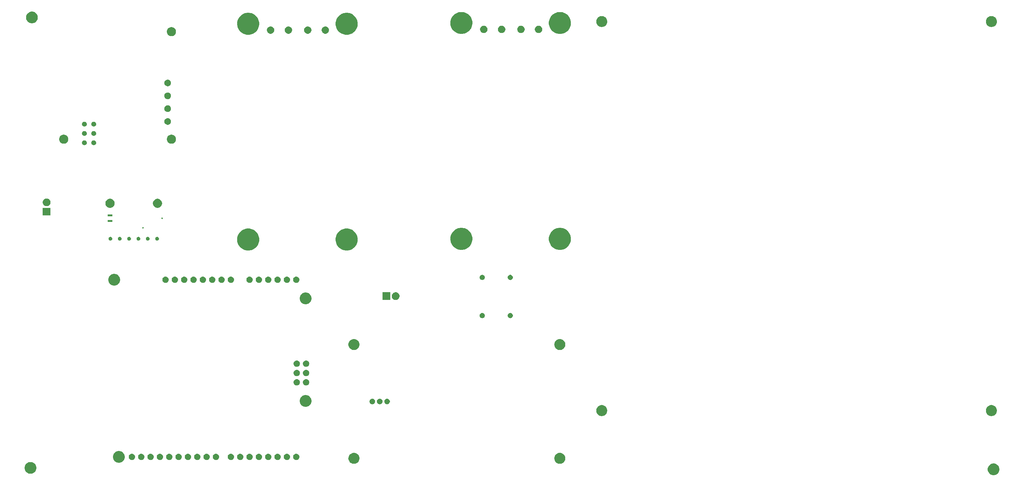
<source format=gbr>
G04 #@! TF.GenerationSoftware,KiCad,Pcbnew,5.0.2-bee76a0~70~ubuntu16.04.1*
G04 #@! TF.CreationDate,2021-10-26T00:07:22+01:00*
G04 #@! TF.ProjectId,Podcar_PCB,506f6463-6172-45f5-9043-422e6b696361,rev?*
G04 #@! TF.SameCoordinates,Original*
G04 #@! TF.FileFunction,Soldermask,Top*
G04 #@! TF.FilePolarity,Negative*
%FSLAX46Y46*%
G04 Gerber Fmt 4.6, Leading zero omitted, Abs format (unit mm)*
G04 Created by KiCad (PCBNEW 5.0.2-bee76a0~70~ubuntu16.04.1) date Tue 26 Oct 2021 00:07:22 BST*
%MOMM*%
%LPD*%
G01*
G04 APERTURE LIST*
%ADD10C,0.100000*%
G04 APERTURE END LIST*
D10*
G36*
X279266703Y-138361486D02*
X279557883Y-138482097D01*
X279819944Y-138657201D01*
X280042799Y-138880056D01*
X280217903Y-139142117D01*
X280338514Y-139433297D01*
X280400000Y-139742412D01*
X280400000Y-140057588D01*
X280338514Y-140366703D01*
X280217903Y-140657883D01*
X280042799Y-140919944D01*
X279819944Y-141142799D01*
X279557883Y-141317903D01*
X279266703Y-141438514D01*
X278957588Y-141500000D01*
X278642412Y-141500000D01*
X278333297Y-141438514D01*
X278042117Y-141317903D01*
X277780056Y-141142799D01*
X277557201Y-140919944D01*
X277382097Y-140657883D01*
X277261486Y-140366703D01*
X277200000Y-140057588D01*
X277200000Y-139742412D01*
X277261486Y-139433297D01*
X277382097Y-139142117D01*
X277557201Y-138880056D01*
X277780056Y-138657201D01*
X278042117Y-138482097D01*
X278333297Y-138361486D01*
X278642412Y-138300000D01*
X278957588Y-138300000D01*
X279266703Y-138361486D01*
X279266703Y-138361486D01*
G37*
G36*
X17266703Y-137961486D02*
X17557883Y-138082097D01*
X17819944Y-138257201D01*
X18042799Y-138480056D01*
X18217903Y-138742117D01*
X18338514Y-139033297D01*
X18400000Y-139342412D01*
X18400000Y-139657588D01*
X18338514Y-139966703D01*
X18217903Y-140257883D01*
X18042799Y-140519944D01*
X17819944Y-140742799D01*
X17557883Y-140917903D01*
X17266703Y-141038514D01*
X16957588Y-141100000D01*
X16642412Y-141100000D01*
X16333297Y-141038514D01*
X16042117Y-140917903D01*
X15780056Y-140742799D01*
X15557201Y-140519944D01*
X15382097Y-140257883D01*
X15261486Y-139966703D01*
X15200000Y-139657588D01*
X15200000Y-139342412D01*
X15261486Y-139033297D01*
X15382097Y-138742117D01*
X15557201Y-138480056D01*
X15780056Y-138257201D01*
X16042117Y-138082097D01*
X16333297Y-137961486D01*
X16642412Y-137900000D01*
X16957588Y-137900000D01*
X17266703Y-137961486D01*
X17266703Y-137961486D01*
G37*
G36*
X161140935Y-135438429D02*
X161237534Y-135457644D01*
X161510517Y-135570717D01*
X161701426Y-135698279D01*
X161756197Y-135734876D01*
X161965124Y-135943803D01*
X161965126Y-135943806D01*
X162114870Y-136167912D01*
X162129284Y-136189485D01*
X162242356Y-136462467D01*
X162283497Y-136669293D01*
X162300000Y-136752263D01*
X162300000Y-137047737D01*
X162242356Y-137337534D01*
X162129283Y-137610517D01*
X162040893Y-137742801D01*
X161965124Y-137856197D01*
X161756197Y-138065124D01*
X161756194Y-138065126D01*
X161510517Y-138229283D01*
X161237534Y-138342356D01*
X161141361Y-138361486D01*
X160947739Y-138400000D01*
X160652261Y-138400000D01*
X160458639Y-138361486D01*
X160362466Y-138342356D01*
X160089483Y-138229283D01*
X159843806Y-138065126D01*
X159843803Y-138065124D01*
X159634876Y-137856197D01*
X159559107Y-137742801D01*
X159470717Y-137610517D01*
X159357644Y-137337534D01*
X159300000Y-137047737D01*
X159300000Y-136752263D01*
X159316504Y-136669293D01*
X159357644Y-136462467D01*
X159470716Y-136189485D01*
X159485131Y-136167912D01*
X159634874Y-135943806D01*
X159634876Y-135943803D01*
X159843803Y-135734876D01*
X159898574Y-135698279D01*
X160089483Y-135570717D01*
X160362466Y-135457644D01*
X160459065Y-135438429D01*
X160652261Y-135400000D01*
X160947739Y-135400000D01*
X161140935Y-135438429D01*
X161140935Y-135438429D01*
G37*
G36*
X105140935Y-135438429D02*
X105237534Y-135457644D01*
X105510517Y-135570717D01*
X105701426Y-135698279D01*
X105756197Y-135734876D01*
X105965124Y-135943803D01*
X105965126Y-135943806D01*
X106114870Y-136167912D01*
X106129284Y-136189485D01*
X106242356Y-136462467D01*
X106283497Y-136669293D01*
X106300000Y-136752263D01*
X106300000Y-137047737D01*
X106242356Y-137337534D01*
X106129283Y-137610517D01*
X106040893Y-137742801D01*
X105965124Y-137856197D01*
X105756197Y-138065124D01*
X105756194Y-138065126D01*
X105510517Y-138229283D01*
X105237534Y-138342356D01*
X105141361Y-138361486D01*
X104947739Y-138400000D01*
X104652261Y-138400000D01*
X104458639Y-138361486D01*
X104362466Y-138342356D01*
X104089483Y-138229283D01*
X103843806Y-138065126D01*
X103843803Y-138065124D01*
X103634876Y-137856197D01*
X103559107Y-137742801D01*
X103470717Y-137610517D01*
X103357644Y-137337534D01*
X103300000Y-137047737D01*
X103300000Y-136752263D01*
X103316504Y-136669293D01*
X103357644Y-136462467D01*
X103470716Y-136189485D01*
X103485131Y-136167912D01*
X103634874Y-135943806D01*
X103634876Y-135943803D01*
X103843803Y-135734876D01*
X103898574Y-135698279D01*
X104089483Y-135570717D01*
X104362466Y-135457644D01*
X104459065Y-135438429D01*
X104652261Y-135400000D01*
X104947739Y-135400000D01*
X105140935Y-135438429D01*
X105140935Y-135438429D01*
G37*
G36*
X41306703Y-134961486D02*
X41597883Y-135082097D01*
X41859944Y-135257201D01*
X42082799Y-135480056D01*
X42257903Y-135742117D01*
X42378514Y-136033297D01*
X42440000Y-136342412D01*
X42440000Y-136657588D01*
X42378514Y-136966703D01*
X42257903Y-137257883D01*
X42082799Y-137519944D01*
X41859944Y-137742799D01*
X41597883Y-137917903D01*
X41306703Y-138038514D01*
X40997588Y-138100000D01*
X40682412Y-138100000D01*
X40373297Y-138038514D01*
X40082117Y-137917903D01*
X39820056Y-137742799D01*
X39597201Y-137519944D01*
X39422097Y-137257883D01*
X39301486Y-136966703D01*
X39240000Y-136657588D01*
X39240000Y-136342412D01*
X39301486Y-136033297D01*
X39422097Y-135742117D01*
X39597201Y-135480056D01*
X39820056Y-135257201D01*
X40082117Y-135082097D01*
X40373297Y-134961486D01*
X40682412Y-134900000D01*
X40997588Y-134900000D01*
X41306703Y-134961486D01*
X41306703Y-134961486D01*
G37*
G36*
X52100712Y-135640565D02*
X52185295Y-135648896D01*
X52305727Y-135685429D01*
X52348088Y-135698279D01*
X52498112Y-135778468D01*
X52629612Y-135886388D01*
X52737532Y-136017888D01*
X52817721Y-136167912D01*
X52817722Y-136167916D01*
X52867104Y-136330705D01*
X52883778Y-136500000D01*
X52867104Y-136669295D01*
X52830571Y-136789727D01*
X52817721Y-136832088D01*
X52737532Y-136982112D01*
X52629612Y-137113612D01*
X52498112Y-137221532D01*
X52348088Y-137301721D01*
X52305727Y-137314571D01*
X52185295Y-137351104D01*
X52100712Y-137359435D01*
X52058421Y-137363600D01*
X51973579Y-137363600D01*
X51931288Y-137359435D01*
X51846705Y-137351104D01*
X51726273Y-137314571D01*
X51683912Y-137301721D01*
X51533888Y-137221532D01*
X51402388Y-137113612D01*
X51294468Y-136982112D01*
X51214279Y-136832088D01*
X51201429Y-136789727D01*
X51164896Y-136669295D01*
X51148222Y-136500000D01*
X51164896Y-136330705D01*
X51214278Y-136167916D01*
X51214279Y-136167912D01*
X51294468Y-136017888D01*
X51402388Y-135886388D01*
X51533888Y-135778468D01*
X51683912Y-135698279D01*
X51726273Y-135685429D01*
X51846705Y-135648896D01*
X51931288Y-135640565D01*
X51973579Y-135636400D01*
X52058421Y-135636400D01*
X52100712Y-135640565D01*
X52100712Y-135640565D01*
G37*
G36*
X89184712Y-135640565D02*
X89269295Y-135648896D01*
X89389727Y-135685429D01*
X89432088Y-135698279D01*
X89582112Y-135778468D01*
X89713612Y-135886388D01*
X89821532Y-136017888D01*
X89901721Y-136167912D01*
X89901722Y-136167916D01*
X89951104Y-136330705D01*
X89967778Y-136500000D01*
X89951104Y-136669295D01*
X89914571Y-136789727D01*
X89901721Y-136832088D01*
X89821532Y-136982112D01*
X89713612Y-137113612D01*
X89582112Y-137221532D01*
X89432088Y-137301721D01*
X89389727Y-137314571D01*
X89269295Y-137351104D01*
X89184712Y-137359435D01*
X89142421Y-137363600D01*
X89057579Y-137363600D01*
X89015288Y-137359435D01*
X88930705Y-137351104D01*
X88810273Y-137314571D01*
X88767912Y-137301721D01*
X88617888Y-137221532D01*
X88486388Y-137113612D01*
X88378468Y-136982112D01*
X88298279Y-136832088D01*
X88285429Y-136789727D01*
X88248896Y-136669295D01*
X88232222Y-136500000D01*
X88248896Y-136330705D01*
X88298278Y-136167916D01*
X88298279Y-136167912D01*
X88378468Y-136017888D01*
X88486388Y-135886388D01*
X88617888Y-135778468D01*
X88767912Y-135698279D01*
X88810273Y-135685429D01*
X88930705Y-135648896D01*
X89015288Y-135640565D01*
X89057579Y-135636400D01*
X89142421Y-135636400D01*
X89184712Y-135640565D01*
X89184712Y-135640565D01*
G37*
G36*
X86644712Y-135640565D02*
X86729295Y-135648896D01*
X86849727Y-135685429D01*
X86892088Y-135698279D01*
X87042112Y-135778468D01*
X87173612Y-135886388D01*
X87281532Y-136017888D01*
X87361721Y-136167912D01*
X87361722Y-136167916D01*
X87411104Y-136330705D01*
X87427778Y-136500000D01*
X87411104Y-136669295D01*
X87374571Y-136789727D01*
X87361721Y-136832088D01*
X87281532Y-136982112D01*
X87173612Y-137113612D01*
X87042112Y-137221532D01*
X86892088Y-137301721D01*
X86849727Y-137314571D01*
X86729295Y-137351104D01*
X86644712Y-137359435D01*
X86602421Y-137363600D01*
X86517579Y-137363600D01*
X86475288Y-137359435D01*
X86390705Y-137351104D01*
X86270273Y-137314571D01*
X86227912Y-137301721D01*
X86077888Y-137221532D01*
X85946388Y-137113612D01*
X85838468Y-136982112D01*
X85758279Y-136832088D01*
X85745429Y-136789727D01*
X85708896Y-136669295D01*
X85692222Y-136500000D01*
X85708896Y-136330705D01*
X85758278Y-136167916D01*
X85758279Y-136167912D01*
X85838468Y-136017888D01*
X85946388Y-135886388D01*
X86077888Y-135778468D01*
X86227912Y-135698279D01*
X86270273Y-135685429D01*
X86390705Y-135648896D01*
X86475288Y-135640565D01*
X86517579Y-135636400D01*
X86602421Y-135636400D01*
X86644712Y-135640565D01*
X86644712Y-135640565D01*
G37*
G36*
X84104712Y-135640565D02*
X84189295Y-135648896D01*
X84309727Y-135685429D01*
X84352088Y-135698279D01*
X84502112Y-135778468D01*
X84633612Y-135886388D01*
X84741532Y-136017888D01*
X84821721Y-136167912D01*
X84821722Y-136167916D01*
X84871104Y-136330705D01*
X84887778Y-136500000D01*
X84871104Y-136669295D01*
X84834571Y-136789727D01*
X84821721Y-136832088D01*
X84741532Y-136982112D01*
X84633612Y-137113612D01*
X84502112Y-137221532D01*
X84352088Y-137301721D01*
X84309727Y-137314571D01*
X84189295Y-137351104D01*
X84104712Y-137359435D01*
X84062421Y-137363600D01*
X83977579Y-137363600D01*
X83935288Y-137359435D01*
X83850705Y-137351104D01*
X83730273Y-137314571D01*
X83687912Y-137301721D01*
X83537888Y-137221532D01*
X83406388Y-137113612D01*
X83298468Y-136982112D01*
X83218279Y-136832088D01*
X83205429Y-136789727D01*
X83168896Y-136669295D01*
X83152222Y-136500000D01*
X83168896Y-136330705D01*
X83218278Y-136167916D01*
X83218279Y-136167912D01*
X83298468Y-136017888D01*
X83406388Y-135886388D01*
X83537888Y-135778468D01*
X83687912Y-135698279D01*
X83730273Y-135685429D01*
X83850705Y-135648896D01*
X83935288Y-135640565D01*
X83977579Y-135636400D01*
X84062421Y-135636400D01*
X84104712Y-135640565D01*
X84104712Y-135640565D01*
G37*
G36*
X81564712Y-135640565D02*
X81649295Y-135648896D01*
X81769727Y-135685429D01*
X81812088Y-135698279D01*
X81962112Y-135778468D01*
X82093612Y-135886388D01*
X82201532Y-136017888D01*
X82281721Y-136167912D01*
X82281722Y-136167916D01*
X82331104Y-136330705D01*
X82347778Y-136500000D01*
X82331104Y-136669295D01*
X82294571Y-136789727D01*
X82281721Y-136832088D01*
X82201532Y-136982112D01*
X82093612Y-137113612D01*
X81962112Y-137221532D01*
X81812088Y-137301721D01*
X81769727Y-137314571D01*
X81649295Y-137351104D01*
X81564712Y-137359435D01*
X81522421Y-137363600D01*
X81437579Y-137363600D01*
X81395288Y-137359435D01*
X81310705Y-137351104D01*
X81190273Y-137314571D01*
X81147912Y-137301721D01*
X80997888Y-137221532D01*
X80866388Y-137113612D01*
X80758468Y-136982112D01*
X80678279Y-136832088D01*
X80665429Y-136789727D01*
X80628896Y-136669295D01*
X80612222Y-136500000D01*
X80628896Y-136330705D01*
X80678278Y-136167916D01*
X80678279Y-136167912D01*
X80758468Y-136017888D01*
X80866388Y-135886388D01*
X80997888Y-135778468D01*
X81147912Y-135698279D01*
X81190273Y-135685429D01*
X81310705Y-135648896D01*
X81395288Y-135640565D01*
X81437579Y-135636400D01*
X81522421Y-135636400D01*
X81564712Y-135640565D01*
X81564712Y-135640565D01*
G37*
G36*
X79024712Y-135640565D02*
X79109295Y-135648896D01*
X79229727Y-135685429D01*
X79272088Y-135698279D01*
X79422112Y-135778468D01*
X79553612Y-135886388D01*
X79661532Y-136017888D01*
X79741721Y-136167912D01*
X79741722Y-136167916D01*
X79791104Y-136330705D01*
X79807778Y-136500000D01*
X79791104Y-136669295D01*
X79754571Y-136789727D01*
X79741721Y-136832088D01*
X79661532Y-136982112D01*
X79553612Y-137113612D01*
X79422112Y-137221532D01*
X79272088Y-137301721D01*
X79229727Y-137314571D01*
X79109295Y-137351104D01*
X79024712Y-137359435D01*
X78982421Y-137363600D01*
X78897579Y-137363600D01*
X78855288Y-137359435D01*
X78770705Y-137351104D01*
X78650273Y-137314571D01*
X78607912Y-137301721D01*
X78457888Y-137221532D01*
X78326388Y-137113612D01*
X78218468Y-136982112D01*
X78138279Y-136832088D01*
X78125429Y-136789727D01*
X78088896Y-136669295D01*
X78072222Y-136500000D01*
X78088896Y-136330705D01*
X78138278Y-136167916D01*
X78138279Y-136167912D01*
X78218468Y-136017888D01*
X78326388Y-135886388D01*
X78457888Y-135778468D01*
X78607912Y-135698279D01*
X78650273Y-135685429D01*
X78770705Y-135648896D01*
X78855288Y-135640565D01*
X78897579Y-135636400D01*
X78982421Y-135636400D01*
X79024712Y-135640565D01*
X79024712Y-135640565D01*
G37*
G36*
X76484712Y-135640565D02*
X76569295Y-135648896D01*
X76689727Y-135685429D01*
X76732088Y-135698279D01*
X76882112Y-135778468D01*
X77013612Y-135886388D01*
X77121532Y-136017888D01*
X77201721Y-136167912D01*
X77201722Y-136167916D01*
X77251104Y-136330705D01*
X77267778Y-136500000D01*
X77251104Y-136669295D01*
X77214571Y-136789727D01*
X77201721Y-136832088D01*
X77121532Y-136982112D01*
X77013612Y-137113612D01*
X76882112Y-137221532D01*
X76732088Y-137301721D01*
X76689727Y-137314571D01*
X76569295Y-137351104D01*
X76484712Y-137359435D01*
X76442421Y-137363600D01*
X76357579Y-137363600D01*
X76315288Y-137359435D01*
X76230705Y-137351104D01*
X76110273Y-137314571D01*
X76067912Y-137301721D01*
X75917888Y-137221532D01*
X75786388Y-137113612D01*
X75678468Y-136982112D01*
X75598279Y-136832088D01*
X75585429Y-136789727D01*
X75548896Y-136669295D01*
X75532222Y-136500000D01*
X75548896Y-136330705D01*
X75598278Y-136167916D01*
X75598279Y-136167912D01*
X75678468Y-136017888D01*
X75786388Y-135886388D01*
X75917888Y-135778468D01*
X76067912Y-135698279D01*
X76110273Y-135685429D01*
X76230705Y-135648896D01*
X76315288Y-135640565D01*
X76357579Y-135636400D01*
X76442421Y-135636400D01*
X76484712Y-135640565D01*
X76484712Y-135640565D01*
G37*
G36*
X73944712Y-135640565D02*
X74029295Y-135648896D01*
X74149727Y-135685429D01*
X74192088Y-135698279D01*
X74342112Y-135778468D01*
X74473612Y-135886388D01*
X74581532Y-136017888D01*
X74661721Y-136167912D01*
X74661722Y-136167916D01*
X74711104Y-136330705D01*
X74727778Y-136500000D01*
X74711104Y-136669295D01*
X74674571Y-136789727D01*
X74661721Y-136832088D01*
X74581532Y-136982112D01*
X74473612Y-137113612D01*
X74342112Y-137221532D01*
X74192088Y-137301721D01*
X74149727Y-137314571D01*
X74029295Y-137351104D01*
X73944712Y-137359435D01*
X73902421Y-137363600D01*
X73817579Y-137363600D01*
X73775288Y-137359435D01*
X73690705Y-137351104D01*
X73570273Y-137314571D01*
X73527912Y-137301721D01*
X73377888Y-137221532D01*
X73246388Y-137113612D01*
X73138468Y-136982112D01*
X73058279Y-136832088D01*
X73045429Y-136789727D01*
X73008896Y-136669295D01*
X72992222Y-136500000D01*
X73008896Y-136330705D01*
X73058278Y-136167916D01*
X73058279Y-136167912D01*
X73138468Y-136017888D01*
X73246388Y-135886388D01*
X73377888Y-135778468D01*
X73527912Y-135698279D01*
X73570273Y-135685429D01*
X73690705Y-135648896D01*
X73775288Y-135640565D01*
X73817579Y-135636400D01*
X73902421Y-135636400D01*
X73944712Y-135640565D01*
X73944712Y-135640565D01*
G37*
G36*
X71404712Y-135640565D02*
X71489295Y-135648896D01*
X71609727Y-135685429D01*
X71652088Y-135698279D01*
X71802112Y-135778468D01*
X71933612Y-135886388D01*
X72041532Y-136017888D01*
X72121721Y-136167912D01*
X72121722Y-136167916D01*
X72171104Y-136330705D01*
X72187778Y-136500000D01*
X72171104Y-136669295D01*
X72134571Y-136789727D01*
X72121721Y-136832088D01*
X72041532Y-136982112D01*
X71933612Y-137113612D01*
X71802112Y-137221532D01*
X71652088Y-137301721D01*
X71609727Y-137314571D01*
X71489295Y-137351104D01*
X71404712Y-137359435D01*
X71362421Y-137363600D01*
X71277579Y-137363600D01*
X71235288Y-137359435D01*
X71150705Y-137351104D01*
X71030273Y-137314571D01*
X70987912Y-137301721D01*
X70837888Y-137221532D01*
X70706388Y-137113612D01*
X70598468Y-136982112D01*
X70518279Y-136832088D01*
X70505429Y-136789727D01*
X70468896Y-136669295D01*
X70452222Y-136500000D01*
X70468896Y-136330705D01*
X70518278Y-136167916D01*
X70518279Y-136167912D01*
X70598468Y-136017888D01*
X70706388Y-135886388D01*
X70837888Y-135778468D01*
X70987912Y-135698279D01*
X71030273Y-135685429D01*
X71150705Y-135648896D01*
X71235288Y-135640565D01*
X71277579Y-135636400D01*
X71362421Y-135636400D01*
X71404712Y-135640565D01*
X71404712Y-135640565D01*
G37*
G36*
X59720712Y-135640565D02*
X59805295Y-135648896D01*
X59925727Y-135685429D01*
X59968088Y-135698279D01*
X60118112Y-135778468D01*
X60249612Y-135886388D01*
X60357532Y-136017888D01*
X60437721Y-136167912D01*
X60437722Y-136167916D01*
X60487104Y-136330705D01*
X60503778Y-136500000D01*
X60487104Y-136669295D01*
X60450571Y-136789727D01*
X60437721Y-136832088D01*
X60357532Y-136982112D01*
X60249612Y-137113612D01*
X60118112Y-137221532D01*
X59968088Y-137301721D01*
X59925727Y-137314571D01*
X59805295Y-137351104D01*
X59720712Y-137359435D01*
X59678421Y-137363600D01*
X59593579Y-137363600D01*
X59551288Y-137359435D01*
X59466705Y-137351104D01*
X59346273Y-137314571D01*
X59303912Y-137301721D01*
X59153888Y-137221532D01*
X59022388Y-137113612D01*
X58914468Y-136982112D01*
X58834279Y-136832088D01*
X58821429Y-136789727D01*
X58784896Y-136669295D01*
X58768222Y-136500000D01*
X58784896Y-136330705D01*
X58834278Y-136167916D01*
X58834279Y-136167912D01*
X58914468Y-136017888D01*
X59022388Y-135886388D01*
X59153888Y-135778468D01*
X59303912Y-135698279D01*
X59346273Y-135685429D01*
X59466705Y-135648896D01*
X59551288Y-135640565D01*
X59593579Y-135636400D01*
X59678421Y-135636400D01*
X59720712Y-135640565D01*
X59720712Y-135640565D01*
G37*
G36*
X64800712Y-135640565D02*
X64885295Y-135648896D01*
X65005727Y-135685429D01*
X65048088Y-135698279D01*
X65198112Y-135778468D01*
X65329612Y-135886388D01*
X65437532Y-136017888D01*
X65517721Y-136167912D01*
X65517722Y-136167916D01*
X65567104Y-136330705D01*
X65583778Y-136500000D01*
X65567104Y-136669295D01*
X65530571Y-136789727D01*
X65517721Y-136832088D01*
X65437532Y-136982112D01*
X65329612Y-137113612D01*
X65198112Y-137221532D01*
X65048088Y-137301721D01*
X65005727Y-137314571D01*
X64885295Y-137351104D01*
X64800712Y-137359435D01*
X64758421Y-137363600D01*
X64673579Y-137363600D01*
X64631288Y-137359435D01*
X64546705Y-137351104D01*
X64426273Y-137314571D01*
X64383912Y-137301721D01*
X64233888Y-137221532D01*
X64102388Y-137113612D01*
X63994468Y-136982112D01*
X63914279Y-136832088D01*
X63901429Y-136789727D01*
X63864896Y-136669295D01*
X63848222Y-136500000D01*
X63864896Y-136330705D01*
X63914278Y-136167916D01*
X63914279Y-136167912D01*
X63994468Y-136017888D01*
X64102388Y-135886388D01*
X64233888Y-135778468D01*
X64383912Y-135698279D01*
X64426273Y-135685429D01*
X64546705Y-135648896D01*
X64631288Y-135640565D01*
X64673579Y-135636400D01*
X64758421Y-135636400D01*
X64800712Y-135640565D01*
X64800712Y-135640565D01*
G37*
G36*
X62260712Y-135640565D02*
X62345295Y-135648896D01*
X62465727Y-135685429D01*
X62508088Y-135698279D01*
X62658112Y-135778468D01*
X62789612Y-135886388D01*
X62897532Y-136017888D01*
X62977721Y-136167912D01*
X62977722Y-136167916D01*
X63027104Y-136330705D01*
X63043778Y-136500000D01*
X63027104Y-136669295D01*
X62990571Y-136789727D01*
X62977721Y-136832088D01*
X62897532Y-136982112D01*
X62789612Y-137113612D01*
X62658112Y-137221532D01*
X62508088Y-137301721D01*
X62465727Y-137314571D01*
X62345295Y-137351104D01*
X62260712Y-137359435D01*
X62218421Y-137363600D01*
X62133579Y-137363600D01*
X62091288Y-137359435D01*
X62006705Y-137351104D01*
X61886273Y-137314571D01*
X61843912Y-137301721D01*
X61693888Y-137221532D01*
X61562388Y-137113612D01*
X61454468Y-136982112D01*
X61374279Y-136832088D01*
X61361429Y-136789727D01*
X61324896Y-136669295D01*
X61308222Y-136500000D01*
X61324896Y-136330705D01*
X61374278Y-136167916D01*
X61374279Y-136167912D01*
X61454468Y-136017888D01*
X61562388Y-135886388D01*
X61693888Y-135778468D01*
X61843912Y-135698279D01*
X61886273Y-135685429D01*
X62006705Y-135648896D01*
X62091288Y-135640565D01*
X62133579Y-135636400D01*
X62218421Y-135636400D01*
X62260712Y-135640565D01*
X62260712Y-135640565D01*
G37*
G36*
X44480712Y-135640565D02*
X44565295Y-135648896D01*
X44685727Y-135685429D01*
X44728088Y-135698279D01*
X44878112Y-135778468D01*
X45009612Y-135886388D01*
X45117532Y-136017888D01*
X45197721Y-136167912D01*
X45197722Y-136167916D01*
X45247104Y-136330705D01*
X45263778Y-136500000D01*
X45247104Y-136669295D01*
X45210571Y-136789727D01*
X45197721Y-136832088D01*
X45117532Y-136982112D01*
X45009612Y-137113612D01*
X44878112Y-137221532D01*
X44728088Y-137301721D01*
X44685727Y-137314571D01*
X44565295Y-137351104D01*
X44480712Y-137359435D01*
X44438421Y-137363600D01*
X44353579Y-137363600D01*
X44311288Y-137359435D01*
X44226705Y-137351104D01*
X44106273Y-137314571D01*
X44063912Y-137301721D01*
X43913888Y-137221532D01*
X43782388Y-137113612D01*
X43674468Y-136982112D01*
X43594279Y-136832088D01*
X43581429Y-136789727D01*
X43544896Y-136669295D01*
X43528222Y-136500000D01*
X43544896Y-136330705D01*
X43594278Y-136167916D01*
X43594279Y-136167912D01*
X43674468Y-136017888D01*
X43782388Y-135886388D01*
X43913888Y-135778468D01*
X44063912Y-135698279D01*
X44106273Y-135685429D01*
X44226705Y-135648896D01*
X44311288Y-135640565D01*
X44353579Y-135636400D01*
X44438421Y-135636400D01*
X44480712Y-135640565D01*
X44480712Y-135640565D01*
G37*
G36*
X47020712Y-135640565D02*
X47105295Y-135648896D01*
X47225727Y-135685429D01*
X47268088Y-135698279D01*
X47418112Y-135778468D01*
X47549612Y-135886388D01*
X47657532Y-136017888D01*
X47737721Y-136167912D01*
X47737722Y-136167916D01*
X47787104Y-136330705D01*
X47803778Y-136500000D01*
X47787104Y-136669295D01*
X47750571Y-136789727D01*
X47737721Y-136832088D01*
X47657532Y-136982112D01*
X47549612Y-137113612D01*
X47418112Y-137221532D01*
X47268088Y-137301721D01*
X47225727Y-137314571D01*
X47105295Y-137351104D01*
X47020712Y-137359435D01*
X46978421Y-137363600D01*
X46893579Y-137363600D01*
X46851288Y-137359435D01*
X46766705Y-137351104D01*
X46646273Y-137314571D01*
X46603912Y-137301721D01*
X46453888Y-137221532D01*
X46322388Y-137113612D01*
X46214468Y-136982112D01*
X46134279Y-136832088D01*
X46121429Y-136789727D01*
X46084896Y-136669295D01*
X46068222Y-136500000D01*
X46084896Y-136330705D01*
X46134278Y-136167916D01*
X46134279Y-136167912D01*
X46214468Y-136017888D01*
X46322388Y-135886388D01*
X46453888Y-135778468D01*
X46603912Y-135698279D01*
X46646273Y-135685429D01*
X46766705Y-135648896D01*
X46851288Y-135640565D01*
X46893579Y-135636400D01*
X46978421Y-135636400D01*
X47020712Y-135640565D01*
X47020712Y-135640565D01*
G37*
G36*
X49560712Y-135640565D02*
X49645295Y-135648896D01*
X49765727Y-135685429D01*
X49808088Y-135698279D01*
X49958112Y-135778468D01*
X50089612Y-135886388D01*
X50197532Y-136017888D01*
X50277721Y-136167912D01*
X50277722Y-136167916D01*
X50327104Y-136330705D01*
X50343778Y-136500000D01*
X50327104Y-136669295D01*
X50290571Y-136789727D01*
X50277721Y-136832088D01*
X50197532Y-136982112D01*
X50089612Y-137113612D01*
X49958112Y-137221532D01*
X49808088Y-137301721D01*
X49765727Y-137314571D01*
X49645295Y-137351104D01*
X49560712Y-137359435D01*
X49518421Y-137363600D01*
X49433579Y-137363600D01*
X49391288Y-137359435D01*
X49306705Y-137351104D01*
X49186273Y-137314571D01*
X49143912Y-137301721D01*
X48993888Y-137221532D01*
X48862388Y-137113612D01*
X48754468Y-136982112D01*
X48674279Y-136832088D01*
X48661429Y-136789727D01*
X48624896Y-136669295D01*
X48608222Y-136500000D01*
X48624896Y-136330705D01*
X48674278Y-136167916D01*
X48674279Y-136167912D01*
X48754468Y-136017888D01*
X48862388Y-135886388D01*
X48993888Y-135778468D01*
X49143912Y-135698279D01*
X49186273Y-135685429D01*
X49306705Y-135648896D01*
X49391288Y-135640565D01*
X49433579Y-135636400D01*
X49518421Y-135636400D01*
X49560712Y-135640565D01*
X49560712Y-135640565D01*
G37*
G36*
X54640712Y-135640565D02*
X54725295Y-135648896D01*
X54845727Y-135685429D01*
X54888088Y-135698279D01*
X55038112Y-135778468D01*
X55169612Y-135886388D01*
X55277532Y-136017888D01*
X55357721Y-136167912D01*
X55357722Y-136167916D01*
X55407104Y-136330705D01*
X55423778Y-136500000D01*
X55407104Y-136669295D01*
X55370571Y-136789727D01*
X55357721Y-136832088D01*
X55277532Y-136982112D01*
X55169612Y-137113612D01*
X55038112Y-137221532D01*
X54888088Y-137301721D01*
X54845727Y-137314571D01*
X54725295Y-137351104D01*
X54640712Y-137359435D01*
X54598421Y-137363600D01*
X54513579Y-137363600D01*
X54471288Y-137359435D01*
X54386705Y-137351104D01*
X54266273Y-137314571D01*
X54223912Y-137301721D01*
X54073888Y-137221532D01*
X53942388Y-137113612D01*
X53834468Y-136982112D01*
X53754279Y-136832088D01*
X53741429Y-136789727D01*
X53704896Y-136669295D01*
X53688222Y-136500000D01*
X53704896Y-136330705D01*
X53754278Y-136167916D01*
X53754279Y-136167912D01*
X53834468Y-136017888D01*
X53942388Y-135886388D01*
X54073888Y-135778468D01*
X54223912Y-135698279D01*
X54266273Y-135685429D01*
X54386705Y-135648896D01*
X54471288Y-135640565D01*
X54513579Y-135636400D01*
X54598421Y-135636400D01*
X54640712Y-135640565D01*
X54640712Y-135640565D01*
G37*
G36*
X57180712Y-135640565D02*
X57265295Y-135648896D01*
X57385727Y-135685429D01*
X57428088Y-135698279D01*
X57578112Y-135778468D01*
X57709612Y-135886388D01*
X57817532Y-136017888D01*
X57897721Y-136167912D01*
X57897722Y-136167916D01*
X57947104Y-136330705D01*
X57963778Y-136500000D01*
X57947104Y-136669295D01*
X57910571Y-136789727D01*
X57897721Y-136832088D01*
X57817532Y-136982112D01*
X57709612Y-137113612D01*
X57578112Y-137221532D01*
X57428088Y-137301721D01*
X57385727Y-137314571D01*
X57265295Y-137351104D01*
X57180712Y-137359435D01*
X57138421Y-137363600D01*
X57053579Y-137363600D01*
X57011288Y-137359435D01*
X56926705Y-137351104D01*
X56806273Y-137314571D01*
X56763912Y-137301721D01*
X56613888Y-137221532D01*
X56482388Y-137113612D01*
X56374468Y-136982112D01*
X56294279Y-136832088D01*
X56281429Y-136789727D01*
X56244896Y-136669295D01*
X56228222Y-136500000D01*
X56244896Y-136330705D01*
X56294278Y-136167916D01*
X56294279Y-136167912D01*
X56374468Y-136017888D01*
X56482388Y-135886388D01*
X56613888Y-135778468D01*
X56763912Y-135698279D01*
X56806273Y-135685429D01*
X56926705Y-135648896D01*
X57011288Y-135640565D01*
X57053579Y-135636400D01*
X57138421Y-135636400D01*
X57180712Y-135640565D01*
X57180712Y-135640565D01*
G37*
G36*
X67340712Y-135640565D02*
X67425295Y-135648896D01*
X67545727Y-135685429D01*
X67588088Y-135698279D01*
X67738112Y-135778468D01*
X67869612Y-135886388D01*
X67977532Y-136017888D01*
X68057721Y-136167912D01*
X68057722Y-136167916D01*
X68107104Y-136330705D01*
X68123778Y-136500000D01*
X68107104Y-136669295D01*
X68070571Y-136789727D01*
X68057721Y-136832088D01*
X67977532Y-136982112D01*
X67869612Y-137113612D01*
X67738112Y-137221532D01*
X67588088Y-137301721D01*
X67545727Y-137314571D01*
X67425295Y-137351104D01*
X67340712Y-137359435D01*
X67298421Y-137363600D01*
X67213579Y-137363600D01*
X67171288Y-137359435D01*
X67086705Y-137351104D01*
X66966273Y-137314571D01*
X66923912Y-137301721D01*
X66773888Y-137221532D01*
X66642388Y-137113612D01*
X66534468Y-136982112D01*
X66454279Y-136832088D01*
X66441429Y-136789727D01*
X66404896Y-136669295D01*
X66388222Y-136500000D01*
X66404896Y-136330705D01*
X66454278Y-136167916D01*
X66454279Y-136167912D01*
X66534468Y-136017888D01*
X66642388Y-135886388D01*
X66773888Y-135778468D01*
X66923912Y-135698279D01*
X66966273Y-135685429D01*
X67086705Y-135648896D01*
X67171288Y-135640565D01*
X67213579Y-135636400D01*
X67298421Y-135636400D01*
X67340712Y-135640565D01*
X67340712Y-135640565D01*
G37*
G36*
X278540935Y-122438429D02*
X278637534Y-122457644D01*
X278910517Y-122570717D01*
X279070930Y-122677902D01*
X279156197Y-122734876D01*
X279365124Y-122943803D01*
X279529284Y-123189485D01*
X279642356Y-123462467D01*
X279700000Y-123752261D01*
X279700000Y-124047739D01*
X279642356Y-124337533D01*
X279529284Y-124610515D01*
X279365124Y-124856197D01*
X279156197Y-125065124D01*
X279156194Y-125065126D01*
X278910517Y-125229283D01*
X278637534Y-125342356D01*
X278540935Y-125361571D01*
X278347739Y-125400000D01*
X278052261Y-125400000D01*
X277859065Y-125361571D01*
X277762466Y-125342356D01*
X277489483Y-125229283D01*
X277243806Y-125065126D01*
X277243803Y-125065124D01*
X277034876Y-124856197D01*
X276870716Y-124610515D01*
X276757644Y-124337533D01*
X276700000Y-124047739D01*
X276700000Y-123752261D01*
X276757644Y-123462467D01*
X276870716Y-123189485D01*
X277034876Y-122943803D01*
X277243803Y-122734876D01*
X277329070Y-122677902D01*
X277489483Y-122570717D01*
X277762466Y-122457644D01*
X277859065Y-122438429D01*
X278052261Y-122400000D01*
X278347739Y-122400000D01*
X278540935Y-122438429D01*
X278540935Y-122438429D01*
G37*
G36*
X172540935Y-122438429D02*
X172637534Y-122457644D01*
X172910517Y-122570717D01*
X173070930Y-122677902D01*
X173156197Y-122734876D01*
X173365124Y-122943803D01*
X173529284Y-123189485D01*
X173642356Y-123462467D01*
X173700000Y-123752261D01*
X173700000Y-124047739D01*
X173642356Y-124337533D01*
X173529284Y-124610515D01*
X173365124Y-124856197D01*
X173156197Y-125065124D01*
X173156194Y-125065126D01*
X172910517Y-125229283D01*
X172637534Y-125342356D01*
X172540935Y-125361571D01*
X172347739Y-125400000D01*
X172052261Y-125400000D01*
X171859065Y-125361571D01*
X171762466Y-125342356D01*
X171489483Y-125229283D01*
X171243806Y-125065126D01*
X171243803Y-125065124D01*
X171034876Y-124856197D01*
X170870716Y-124610515D01*
X170757644Y-124337533D01*
X170700000Y-124047739D01*
X170700000Y-123752261D01*
X170757644Y-123462467D01*
X170870716Y-123189485D01*
X171034876Y-122943803D01*
X171243803Y-122734876D01*
X171329070Y-122677902D01*
X171489483Y-122570717D01*
X171762466Y-122457644D01*
X171859065Y-122438429D01*
X172052261Y-122400000D01*
X172347739Y-122400000D01*
X172540935Y-122438429D01*
X172540935Y-122438429D01*
G37*
G36*
X92106703Y-119721486D02*
X92397883Y-119842097D01*
X92659944Y-120017201D01*
X92882799Y-120240056D01*
X93057903Y-120502117D01*
X93178514Y-120793297D01*
X93240000Y-121102412D01*
X93240000Y-121417588D01*
X93178514Y-121726703D01*
X93057903Y-122017883D01*
X92882799Y-122279944D01*
X92659944Y-122502799D01*
X92397883Y-122677903D01*
X92106703Y-122798514D01*
X91797588Y-122860000D01*
X91482412Y-122860000D01*
X91173297Y-122798514D01*
X90882117Y-122677903D01*
X90620056Y-122502799D01*
X90397201Y-122279944D01*
X90222097Y-122017883D01*
X90101486Y-121726703D01*
X90040000Y-121417588D01*
X90040000Y-121102412D01*
X90101486Y-120793297D01*
X90222097Y-120502117D01*
X90397201Y-120240056D01*
X90620056Y-120017201D01*
X90882117Y-119842097D01*
X91173297Y-119721486D01*
X91482412Y-119660000D01*
X91797588Y-119660000D01*
X92106703Y-119721486D01*
X92106703Y-119721486D01*
G37*
G36*
X113973195Y-120657522D02*
X114022267Y-120667283D01*
X114160942Y-120724724D01*
X114285750Y-120808118D01*
X114391882Y-120914250D01*
X114475276Y-121039058D01*
X114532717Y-121177734D01*
X114562000Y-121324948D01*
X114562000Y-121475052D01*
X114532717Y-121622266D01*
X114475276Y-121760942D01*
X114391882Y-121885750D01*
X114285750Y-121991882D01*
X114285747Y-121991884D01*
X114160942Y-122075276D01*
X114022267Y-122132717D01*
X113973195Y-122142478D01*
X113875052Y-122162000D01*
X113724948Y-122162000D01*
X113626805Y-122142478D01*
X113577733Y-122132717D01*
X113439058Y-122075276D01*
X113314253Y-121991884D01*
X113314250Y-121991882D01*
X113208118Y-121885750D01*
X113124724Y-121760942D01*
X113067283Y-121622266D01*
X113038000Y-121475052D01*
X113038000Y-121324948D01*
X113067283Y-121177734D01*
X113124724Y-121039058D01*
X113208118Y-120914250D01*
X113314250Y-120808118D01*
X113439058Y-120724724D01*
X113577733Y-120667283D01*
X113626805Y-120657522D01*
X113724948Y-120638000D01*
X113875052Y-120638000D01*
X113973195Y-120657522D01*
X113973195Y-120657522D01*
G37*
G36*
X111973195Y-120657522D02*
X112022267Y-120667283D01*
X112160942Y-120724724D01*
X112285750Y-120808118D01*
X112391882Y-120914250D01*
X112475276Y-121039058D01*
X112532717Y-121177734D01*
X112562000Y-121324948D01*
X112562000Y-121475052D01*
X112532717Y-121622266D01*
X112475276Y-121760942D01*
X112391882Y-121885750D01*
X112285750Y-121991882D01*
X112285747Y-121991884D01*
X112160942Y-122075276D01*
X112022267Y-122132717D01*
X111973195Y-122142478D01*
X111875052Y-122162000D01*
X111724948Y-122162000D01*
X111626805Y-122142478D01*
X111577733Y-122132717D01*
X111439058Y-122075276D01*
X111314253Y-121991884D01*
X111314250Y-121991882D01*
X111208118Y-121885750D01*
X111124724Y-121760942D01*
X111067283Y-121622266D01*
X111038000Y-121475052D01*
X111038000Y-121324948D01*
X111067283Y-121177734D01*
X111124724Y-121039058D01*
X111208118Y-120914250D01*
X111314250Y-120808118D01*
X111439058Y-120724724D01*
X111577733Y-120667283D01*
X111626805Y-120657522D01*
X111724948Y-120638000D01*
X111875052Y-120638000D01*
X111973195Y-120657522D01*
X111973195Y-120657522D01*
G37*
G36*
X109973195Y-120657522D02*
X110022267Y-120667283D01*
X110160942Y-120724724D01*
X110285750Y-120808118D01*
X110391882Y-120914250D01*
X110475276Y-121039058D01*
X110532717Y-121177734D01*
X110562000Y-121324948D01*
X110562000Y-121475052D01*
X110532717Y-121622266D01*
X110475276Y-121760942D01*
X110391882Y-121885750D01*
X110285750Y-121991882D01*
X110285747Y-121991884D01*
X110160942Y-122075276D01*
X110022267Y-122132717D01*
X109973195Y-122142478D01*
X109875052Y-122162000D01*
X109724948Y-122162000D01*
X109626805Y-122142478D01*
X109577733Y-122132717D01*
X109439058Y-122075276D01*
X109314253Y-121991884D01*
X109314250Y-121991882D01*
X109208118Y-121885750D01*
X109124724Y-121760942D01*
X109067283Y-121622266D01*
X109038000Y-121475052D01*
X109038000Y-121324948D01*
X109067283Y-121177734D01*
X109124724Y-121039058D01*
X109208118Y-120914250D01*
X109314250Y-120808118D01*
X109439058Y-120724724D01*
X109577733Y-120667283D01*
X109626805Y-120657522D01*
X109724948Y-120638000D01*
X109875052Y-120638000D01*
X109973195Y-120657522D01*
X109973195Y-120657522D01*
G37*
G36*
X91851712Y-115320565D02*
X91936295Y-115328896D01*
X92056727Y-115365429D01*
X92099088Y-115378279D01*
X92249112Y-115458468D01*
X92380612Y-115566388D01*
X92488532Y-115697888D01*
X92568721Y-115847912D01*
X92568722Y-115847916D01*
X92618104Y-116010705D01*
X92634778Y-116180000D01*
X92618104Y-116349295D01*
X92581571Y-116469727D01*
X92568721Y-116512088D01*
X92488532Y-116662112D01*
X92380612Y-116793612D01*
X92249112Y-116901532D01*
X92099088Y-116981721D01*
X92056727Y-116994571D01*
X91936295Y-117031104D01*
X91851712Y-117039435D01*
X91809421Y-117043600D01*
X91724579Y-117043600D01*
X91682288Y-117039435D01*
X91597705Y-117031104D01*
X91477273Y-116994571D01*
X91434912Y-116981721D01*
X91284888Y-116901532D01*
X91153388Y-116793612D01*
X91045468Y-116662112D01*
X90965279Y-116512088D01*
X90952429Y-116469727D01*
X90915896Y-116349295D01*
X90899222Y-116180000D01*
X90915896Y-116010705D01*
X90965278Y-115847916D01*
X90965279Y-115847912D01*
X91045468Y-115697888D01*
X91153388Y-115566388D01*
X91284888Y-115458468D01*
X91434912Y-115378279D01*
X91477273Y-115365429D01*
X91597705Y-115328896D01*
X91682288Y-115320565D01*
X91724579Y-115316400D01*
X91809421Y-115316400D01*
X91851712Y-115320565D01*
X91851712Y-115320565D01*
G37*
G36*
X89311712Y-115320565D02*
X89396295Y-115328896D01*
X89516727Y-115365429D01*
X89559088Y-115378279D01*
X89709112Y-115458468D01*
X89840612Y-115566388D01*
X89948532Y-115697888D01*
X90028721Y-115847912D01*
X90028722Y-115847916D01*
X90078104Y-116010705D01*
X90094778Y-116180000D01*
X90078104Y-116349295D01*
X90041571Y-116469727D01*
X90028721Y-116512088D01*
X89948532Y-116662112D01*
X89840612Y-116793612D01*
X89709112Y-116901532D01*
X89559088Y-116981721D01*
X89516727Y-116994571D01*
X89396295Y-117031104D01*
X89311712Y-117039435D01*
X89269421Y-117043600D01*
X89184579Y-117043600D01*
X89142288Y-117039435D01*
X89057705Y-117031104D01*
X88937273Y-116994571D01*
X88894912Y-116981721D01*
X88744888Y-116901532D01*
X88613388Y-116793612D01*
X88505468Y-116662112D01*
X88425279Y-116512088D01*
X88412429Y-116469727D01*
X88375896Y-116349295D01*
X88359222Y-116180000D01*
X88375896Y-116010705D01*
X88425278Y-115847916D01*
X88425279Y-115847912D01*
X88505468Y-115697888D01*
X88613388Y-115566388D01*
X88744888Y-115458468D01*
X88894912Y-115378279D01*
X88937273Y-115365429D01*
X89057705Y-115328896D01*
X89142288Y-115320565D01*
X89184579Y-115316400D01*
X89269421Y-115316400D01*
X89311712Y-115320565D01*
X89311712Y-115320565D01*
G37*
G36*
X91851712Y-112780565D02*
X91936295Y-112788896D01*
X92056727Y-112825429D01*
X92099088Y-112838279D01*
X92249112Y-112918468D01*
X92380612Y-113026388D01*
X92488532Y-113157888D01*
X92568721Y-113307912D01*
X92568722Y-113307916D01*
X92618104Y-113470705D01*
X92634778Y-113640000D01*
X92618104Y-113809295D01*
X92581571Y-113929727D01*
X92568721Y-113972088D01*
X92488532Y-114122112D01*
X92380612Y-114253612D01*
X92249112Y-114361532D01*
X92099088Y-114441721D01*
X92056727Y-114454571D01*
X91936295Y-114491104D01*
X91851712Y-114499435D01*
X91809421Y-114503600D01*
X91724579Y-114503600D01*
X91682288Y-114499435D01*
X91597705Y-114491104D01*
X91477273Y-114454571D01*
X91434912Y-114441721D01*
X91284888Y-114361532D01*
X91153388Y-114253612D01*
X91045468Y-114122112D01*
X90965279Y-113972088D01*
X90952429Y-113929727D01*
X90915896Y-113809295D01*
X90899222Y-113640000D01*
X90915896Y-113470705D01*
X90965278Y-113307916D01*
X90965279Y-113307912D01*
X91045468Y-113157888D01*
X91153388Y-113026388D01*
X91284888Y-112918468D01*
X91434912Y-112838279D01*
X91477273Y-112825429D01*
X91597705Y-112788896D01*
X91682288Y-112780565D01*
X91724579Y-112776400D01*
X91809421Y-112776400D01*
X91851712Y-112780565D01*
X91851712Y-112780565D01*
G37*
G36*
X89311712Y-112780565D02*
X89396295Y-112788896D01*
X89516727Y-112825429D01*
X89559088Y-112838279D01*
X89709112Y-112918468D01*
X89840612Y-113026388D01*
X89948532Y-113157888D01*
X90028721Y-113307912D01*
X90028722Y-113307916D01*
X90078104Y-113470705D01*
X90094778Y-113640000D01*
X90078104Y-113809295D01*
X90041571Y-113929727D01*
X90028721Y-113972088D01*
X89948532Y-114122112D01*
X89840612Y-114253612D01*
X89709112Y-114361532D01*
X89559088Y-114441721D01*
X89516727Y-114454571D01*
X89396295Y-114491104D01*
X89311712Y-114499435D01*
X89269421Y-114503600D01*
X89184579Y-114503600D01*
X89142288Y-114499435D01*
X89057705Y-114491104D01*
X88937273Y-114454571D01*
X88894912Y-114441721D01*
X88744888Y-114361532D01*
X88613388Y-114253612D01*
X88505468Y-114122112D01*
X88425279Y-113972088D01*
X88412429Y-113929727D01*
X88375896Y-113809295D01*
X88359222Y-113640000D01*
X88375896Y-113470705D01*
X88425278Y-113307916D01*
X88425279Y-113307912D01*
X88505468Y-113157888D01*
X88613388Y-113026388D01*
X88744888Y-112918468D01*
X88894912Y-112838279D01*
X88937273Y-112825429D01*
X89057705Y-112788896D01*
X89142288Y-112780565D01*
X89184579Y-112776400D01*
X89269421Y-112776400D01*
X89311712Y-112780565D01*
X89311712Y-112780565D01*
G37*
G36*
X91851712Y-110240565D02*
X91936295Y-110248896D01*
X92056727Y-110285429D01*
X92099088Y-110298279D01*
X92249112Y-110378468D01*
X92380612Y-110486388D01*
X92488532Y-110617888D01*
X92568721Y-110767912D01*
X92568722Y-110767916D01*
X92618104Y-110930705D01*
X92634778Y-111100000D01*
X92618104Y-111269295D01*
X92581571Y-111389727D01*
X92568721Y-111432088D01*
X92488532Y-111582112D01*
X92380612Y-111713612D01*
X92249112Y-111821532D01*
X92099088Y-111901721D01*
X92056727Y-111914571D01*
X91936295Y-111951104D01*
X91851712Y-111959435D01*
X91809421Y-111963600D01*
X91724579Y-111963600D01*
X91682288Y-111959435D01*
X91597705Y-111951104D01*
X91477273Y-111914571D01*
X91434912Y-111901721D01*
X91284888Y-111821532D01*
X91153388Y-111713612D01*
X91045468Y-111582112D01*
X90965279Y-111432088D01*
X90952429Y-111389727D01*
X90915896Y-111269295D01*
X90899222Y-111100000D01*
X90915896Y-110930705D01*
X90965278Y-110767916D01*
X90965279Y-110767912D01*
X91045468Y-110617888D01*
X91153388Y-110486388D01*
X91284888Y-110378468D01*
X91434912Y-110298279D01*
X91477273Y-110285429D01*
X91597705Y-110248896D01*
X91682288Y-110240565D01*
X91724579Y-110236400D01*
X91809421Y-110236400D01*
X91851712Y-110240565D01*
X91851712Y-110240565D01*
G37*
G36*
X89311712Y-110240565D02*
X89396295Y-110248896D01*
X89516727Y-110285429D01*
X89559088Y-110298279D01*
X89709112Y-110378468D01*
X89840612Y-110486388D01*
X89948532Y-110617888D01*
X90028721Y-110767912D01*
X90028722Y-110767916D01*
X90078104Y-110930705D01*
X90094778Y-111100000D01*
X90078104Y-111269295D01*
X90041571Y-111389727D01*
X90028721Y-111432088D01*
X89948532Y-111582112D01*
X89840612Y-111713612D01*
X89709112Y-111821532D01*
X89559088Y-111901721D01*
X89516727Y-111914571D01*
X89396295Y-111951104D01*
X89311712Y-111959435D01*
X89269421Y-111963600D01*
X89184579Y-111963600D01*
X89142288Y-111959435D01*
X89057705Y-111951104D01*
X88937273Y-111914571D01*
X88894912Y-111901721D01*
X88744888Y-111821532D01*
X88613388Y-111713612D01*
X88505468Y-111582112D01*
X88425279Y-111432088D01*
X88412429Y-111389727D01*
X88375896Y-111269295D01*
X88359222Y-111100000D01*
X88375896Y-110930705D01*
X88425278Y-110767916D01*
X88425279Y-110767912D01*
X88505468Y-110617888D01*
X88613388Y-110486388D01*
X88744888Y-110378468D01*
X88894912Y-110298279D01*
X88937273Y-110285429D01*
X89057705Y-110248896D01*
X89142288Y-110240565D01*
X89184579Y-110236400D01*
X89269421Y-110236400D01*
X89311712Y-110240565D01*
X89311712Y-110240565D01*
G37*
G36*
X161140935Y-104438429D02*
X161237534Y-104457644D01*
X161510517Y-104570717D01*
X161752920Y-104732687D01*
X161756197Y-104734876D01*
X161965124Y-104943803D01*
X162129284Y-105189485D01*
X162242356Y-105462467D01*
X162300000Y-105752261D01*
X162300000Y-106047739D01*
X162242356Y-106337533D01*
X162129284Y-106610515D01*
X161965124Y-106856197D01*
X161756197Y-107065124D01*
X161756194Y-107065126D01*
X161510517Y-107229283D01*
X161237534Y-107342356D01*
X161140935Y-107361571D01*
X160947739Y-107400000D01*
X160652261Y-107400000D01*
X160459065Y-107361571D01*
X160362466Y-107342356D01*
X160089483Y-107229283D01*
X159843806Y-107065126D01*
X159843803Y-107065124D01*
X159634876Y-106856197D01*
X159470716Y-106610515D01*
X159357644Y-106337533D01*
X159300000Y-106047739D01*
X159300000Y-105752261D01*
X159357644Y-105462467D01*
X159470716Y-105189485D01*
X159634876Y-104943803D01*
X159843803Y-104734876D01*
X159847080Y-104732687D01*
X160089483Y-104570717D01*
X160362466Y-104457644D01*
X160459065Y-104438429D01*
X160652261Y-104400000D01*
X160947739Y-104400000D01*
X161140935Y-104438429D01*
X161140935Y-104438429D01*
G37*
G36*
X105140935Y-104438429D02*
X105237534Y-104457644D01*
X105510517Y-104570717D01*
X105752920Y-104732687D01*
X105756197Y-104734876D01*
X105965124Y-104943803D01*
X106129284Y-105189485D01*
X106242356Y-105462467D01*
X106300000Y-105752261D01*
X106300000Y-106047739D01*
X106242356Y-106337533D01*
X106129284Y-106610515D01*
X105965124Y-106856197D01*
X105756197Y-107065124D01*
X105756194Y-107065126D01*
X105510517Y-107229283D01*
X105237534Y-107342356D01*
X105140935Y-107361571D01*
X104947739Y-107400000D01*
X104652261Y-107400000D01*
X104459065Y-107361571D01*
X104362466Y-107342356D01*
X104089483Y-107229283D01*
X103843806Y-107065126D01*
X103843803Y-107065124D01*
X103634876Y-106856197D01*
X103470716Y-106610515D01*
X103357644Y-106337533D01*
X103300000Y-106047739D01*
X103300000Y-105752261D01*
X103357644Y-105462467D01*
X103470716Y-105189485D01*
X103634876Y-104943803D01*
X103843803Y-104734876D01*
X103847080Y-104732687D01*
X104089483Y-104570717D01*
X104362466Y-104457644D01*
X104459065Y-104438429D01*
X104652261Y-104400000D01*
X104947739Y-104400000D01*
X105140935Y-104438429D01*
X105140935Y-104438429D01*
G37*
G36*
X139904183Y-97326900D02*
X140031574Y-97379668D01*
X140084685Y-97415155D01*
X140146225Y-97456275D01*
X140243725Y-97553775D01*
X140320332Y-97668426D01*
X140373100Y-97795817D01*
X140400000Y-97931055D01*
X140400000Y-98068945D01*
X140373100Y-98204183D01*
X140320332Y-98331574D01*
X140243726Y-98446224D01*
X140146224Y-98543726D01*
X140031574Y-98620332D01*
X139904183Y-98673100D01*
X139768945Y-98700000D01*
X139631055Y-98700000D01*
X139495817Y-98673100D01*
X139368426Y-98620332D01*
X139253776Y-98543726D01*
X139156274Y-98446224D01*
X139079668Y-98331574D01*
X139026900Y-98204183D01*
X139000000Y-98068945D01*
X139000000Y-97931055D01*
X139026900Y-97795817D01*
X139079668Y-97668426D01*
X139156275Y-97553775D01*
X139253775Y-97456275D01*
X139315316Y-97415155D01*
X139368426Y-97379668D01*
X139495817Y-97326900D01*
X139631055Y-97300000D01*
X139768945Y-97300000D01*
X139904183Y-97326900D01*
X139904183Y-97326900D01*
G37*
G36*
X147457224Y-97310128D02*
X147589175Y-97350155D01*
X147710781Y-97415155D01*
X147817370Y-97502630D01*
X147904845Y-97609219D01*
X147969845Y-97730825D01*
X148009872Y-97862776D01*
X148023387Y-98000000D01*
X148009872Y-98137224D01*
X147969845Y-98269175D01*
X147904845Y-98390781D01*
X147817370Y-98497370D01*
X147710781Y-98584845D01*
X147589175Y-98649845D01*
X147457224Y-98689872D01*
X147354390Y-98700000D01*
X147285610Y-98700000D01*
X147182776Y-98689872D01*
X147050825Y-98649845D01*
X146929219Y-98584845D01*
X146822630Y-98497370D01*
X146735155Y-98390781D01*
X146670155Y-98269175D01*
X146630128Y-98137224D01*
X146616613Y-98000000D01*
X146630128Y-97862776D01*
X146670155Y-97730825D01*
X146735155Y-97609219D01*
X146822630Y-97502630D01*
X146929219Y-97415155D01*
X147050825Y-97350155D01*
X147182776Y-97310128D01*
X147285610Y-97300000D01*
X147354390Y-97300000D01*
X147457224Y-97310128D01*
X147457224Y-97310128D01*
G37*
G36*
X92106703Y-91781486D02*
X92397883Y-91902097D01*
X92659944Y-92077201D01*
X92882799Y-92300056D01*
X93057903Y-92562117D01*
X93178514Y-92853297D01*
X93240000Y-93162412D01*
X93240000Y-93477588D01*
X93178514Y-93786703D01*
X93057903Y-94077883D01*
X92882799Y-94339944D01*
X92659944Y-94562799D01*
X92397883Y-94737903D01*
X92106703Y-94858514D01*
X91797588Y-94920000D01*
X91482412Y-94920000D01*
X91173297Y-94858514D01*
X90882117Y-94737903D01*
X90620056Y-94562799D01*
X90397201Y-94339944D01*
X90222097Y-94077883D01*
X90101486Y-93786703D01*
X90040000Y-93477588D01*
X90040000Y-93162412D01*
X90101486Y-92853297D01*
X90222097Y-92562117D01*
X90397201Y-92300056D01*
X90620056Y-92077201D01*
X90882117Y-91902097D01*
X91173297Y-91781486D01*
X91482412Y-91720000D01*
X91797588Y-91720000D01*
X92106703Y-91781486D01*
X92106703Y-91781486D01*
G37*
G36*
X116265888Y-91654470D02*
X116446274Y-91690350D01*
X116637362Y-91769502D01*
X116809336Y-91884411D01*
X116955589Y-92030664D01*
X117070498Y-92202638D01*
X117149650Y-92393726D01*
X117190000Y-92596584D01*
X117190000Y-92803416D01*
X117149650Y-93006274D01*
X117070498Y-93197362D01*
X116955589Y-93369336D01*
X116809336Y-93515589D01*
X116637362Y-93630498D01*
X116446274Y-93709650D01*
X116265888Y-93745530D01*
X116243417Y-93750000D01*
X116036583Y-93750000D01*
X116014112Y-93745530D01*
X115833726Y-93709650D01*
X115642638Y-93630498D01*
X115470664Y-93515589D01*
X115324411Y-93369336D01*
X115209502Y-93197362D01*
X115130350Y-93006274D01*
X115090000Y-92803416D01*
X115090000Y-92596584D01*
X115130350Y-92393726D01*
X115209502Y-92202638D01*
X115324411Y-92030664D01*
X115470664Y-91884411D01*
X115642638Y-91769502D01*
X115833726Y-91690350D01*
X116014112Y-91654470D01*
X116036583Y-91650000D01*
X116243417Y-91650000D01*
X116265888Y-91654470D01*
X116265888Y-91654470D01*
G37*
G36*
X114650000Y-93750000D02*
X112550000Y-93750000D01*
X112550000Y-91650000D01*
X114650000Y-91650000D01*
X114650000Y-93750000D01*
X114650000Y-93750000D01*
G37*
G36*
X40036703Y-86701486D02*
X40327883Y-86822097D01*
X40589944Y-86997201D01*
X40812799Y-87220056D01*
X40987903Y-87482117D01*
X41108514Y-87773297D01*
X41170000Y-88082412D01*
X41170000Y-88397588D01*
X41108514Y-88706703D01*
X40987903Y-88997883D01*
X40812799Y-89259944D01*
X40589944Y-89482799D01*
X40327883Y-89657903D01*
X40036703Y-89778514D01*
X39727588Y-89840000D01*
X39412412Y-89840000D01*
X39103297Y-89778514D01*
X38812117Y-89657903D01*
X38550056Y-89482799D01*
X38327201Y-89259944D01*
X38152097Y-88997883D01*
X38031486Y-88706703D01*
X37970000Y-88397588D01*
X37970000Y-88082412D01*
X38031486Y-87773297D01*
X38152097Y-87482117D01*
X38327201Y-87220056D01*
X38550056Y-86997201D01*
X38812117Y-86822097D01*
X39103297Y-86701486D01*
X39412412Y-86640000D01*
X39727588Y-86640000D01*
X40036703Y-86701486D01*
X40036703Y-86701486D01*
G37*
G36*
X56164712Y-87380565D02*
X56249295Y-87388896D01*
X56369727Y-87425429D01*
X56412088Y-87438279D01*
X56562112Y-87518468D01*
X56693612Y-87626388D01*
X56801532Y-87757888D01*
X56881721Y-87907912D01*
X56881722Y-87907916D01*
X56931104Y-88070705D01*
X56947778Y-88240000D01*
X56931104Y-88409295D01*
X56894571Y-88529727D01*
X56881721Y-88572088D01*
X56801532Y-88722112D01*
X56693612Y-88853612D01*
X56562112Y-88961532D01*
X56412088Y-89041721D01*
X56369727Y-89054571D01*
X56249295Y-89091104D01*
X56164712Y-89099435D01*
X56122421Y-89103600D01*
X56037579Y-89103600D01*
X55995288Y-89099435D01*
X55910705Y-89091104D01*
X55790273Y-89054571D01*
X55747912Y-89041721D01*
X55597888Y-88961532D01*
X55466388Y-88853612D01*
X55358468Y-88722112D01*
X55278279Y-88572088D01*
X55265429Y-88529727D01*
X55228896Y-88409295D01*
X55212222Y-88240000D01*
X55228896Y-88070705D01*
X55278278Y-87907916D01*
X55278279Y-87907912D01*
X55358468Y-87757888D01*
X55466388Y-87626388D01*
X55597888Y-87518468D01*
X55747912Y-87438279D01*
X55790273Y-87425429D01*
X55910705Y-87388896D01*
X55995288Y-87380565D01*
X56037579Y-87376400D01*
X56122421Y-87376400D01*
X56164712Y-87380565D01*
X56164712Y-87380565D01*
G37*
G36*
X58704712Y-87380565D02*
X58789295Y-87388896D01*
X58909727Y-87425429D01*
X58952088Y-87438279D01*
X59102112Y-87518468D01*
X59233612Y-87626388D01*
X59341532Y-87757888D01*
X59421721Y-87907912D01*
X59421722Y-87907916D01*
X59471104Y-88070705D01*
X59487778Y-88240000D01*
X59471104Y-88409295D01*
X59434571Y-88529727D01*
X59421721Y-88572088D01*
X59341532Y-88722112D01*
X59233612Y-88853612D01*
X59102112Y-88961532D01*
X58952088Y-89041721D01*
X58909727Y-89054571D01*
X58789295Y-89091104D01*
X58704712Y-89099435D01*
X58662421Y-89103600D01*
X58577579Y-89103600D01*
X58535288Y-89099435D01*
X58450705Y-89091104D01*
X58330273Y-89054571D01*
X58287912Y-89041721D01*
X58137888Y-88961532D01*
X58006388Y-88853612D01*
X57898468Y-88722112D01*
X57818279Y-88572088D01*
X57805429Y-88529727D01*
X57768896Y-88409295D01*
X57752222Y-88240000D01*
X57768896Y-88070705D01*
X57818278Y-87907916D01*
X57818279Y-87907912D01*
X57898468Y-87757888D01*
X58006388Y-87626388D01*
X58137888Y-87518468D01*
X58287912Y-87438279D01*
X58330273Y-87425429D01*
X58450705Y-87388896D01*
X58535288Y-87380565D01*
X58577579Y-87376400D01*
X58662421Y-87376400D01*
X58704712Y-87380565D01*
X58704712Y-87380565D01*
G37*
G36*
X61244712Y-87380565D02*
X61329295Y-87388896D01*
X61449727Y-87425429D01*
X61492088Y-87438279D01*
X61642112Y-87518468D01*
X61773612Y-87626388D01*
X61881532Y-87757888D01*
X61961721Y-87907912D01*
X61961722Y-87907916D01*
X62011104Y-88070705D01*
X62027778Y-88240000D01*
X62011104Y-88409295D01*
X61974571Y-88529727D01*
X61961721Y-88572088D01*
X61881532Y-88722112D01*
X61773612Y-88853612D01*
X61642112Y-88961532D01*
X61492088Y-89041721D01*
X61449727Y-89054571D01*
X61329295Y-89091104D01*
X61244712Y-89099435D01*
X61202421Y-89103600D01*
X61117579Y-89103600D01*
X61075288Y-89099435D01*
X60990705Y-89091104D01*
X60870273Y-89054571D01*
X60827912Y-89041721D01*
X60677888Y-88961532D01*
X60546388Y-88853612D01*
X60438468Y-88722112D01*
X60358279Y-88572088D01*
X60345429Y-88529727D01*
X60308896Y-88409295D01*
X60292222Y-88240000D01*
X60308896Y-88070705D01*
X60358278Y-87907916D01*
X60358279Y-87907912D01*
X60438468Y-87757888D01*
X60546388Y-87626388D01*
X60677888Y-87518468D01*
X60827912Y-87438279D01*
X60870273Y-87425429D01*
X60990705Y-87388896D01*
X61075288Y-87380565D01*
X61117579Y-87376400D01*
X61202421Y-87376400D01*
X61244712Y-87380565D01*
X61244712Y-87380565D01*
G37*
G36*
X63784712Y-87380565D02*
X63869295Y-87388896D01*
X63989727Y-87425429D01*
X64032088Y-87438279D01*
X64182112Y-87518468D01*
X64313612Y-87626388D01*
X64421532Y-87757888D01*
X64501721Y-87907912D01*
X64501722Y-87907916D01*
X64551104Y-88070705D01*
X64567778Y-88240000D01*
X64551104Y-88409295D01*
X64514571Y-88529727D01*
X64501721Y-88572088D01*
X64421532Y-88722112D01*
X64313612Y-88853612D01*
X64182112Y-88961532D01*
X64032088Y-89041721D01*
X63989727Y-89054571D01*
X63869295Y-89091104D01*
X63784712Y-89099435D01*
X63742421Y-89103600D01*
X63657579Y-89103600D01*
X63615288Y-89099435D01*
X63530705Y-89091104D01*
X63410273Y-89054571D01*
X63367912Y-89041721D01*
X63217888Y-88961532D01*
X63086388Y-88853612D01*
X62978468Y-88722112D01*
X62898279Y-88572088D01*
X62885429Y-88529727D01*
X62848896Y-88409295D01*
X62832222Y-88240000D01*
X62848896Y-88070705D01*
X62898278Y-87907916D01*
X62898279Y-87907912D01*
X62978468Y-87757888D01*
X63086388Y-87626388D01*
X63217888Y-87518468D01*
X63367912Y-87438279D01*
X63410273Y-87425429D01*
X63530705Y-87388896D01*
X63615288Y-87380565D01*
X63657579Y-87376400D01*
X63742421Y-87376400D01*
X63784712Y-87380565D01*
X63784712Y-87380565D01*
G37*
G36*
X68864712Y-87380565D02*
X68949295Y-87388896D01*
X69069727Y-87425429D01*
X69112088Y-87438279D01*
X69262112Y-87518468D01*
X69393612Y-87626388D01*
X69501532Y-87757888D01*
X69581721Y-87907912D01*
X69581722Y-87907916D01*
X69631104Y-88070705D01*
X69647778Y-88240000D01*
X69631104Y-88409295D01*
X69594571Y-88529727D01*
X69581721Y-88572088D01*
X69501532Y-88722112D01*
X69393612Y-88853612D01*
X69262112Y-88961532D01*
X69112088Y-89041721D01*
X69069727Y-89054571D01*
X68949295Y-89091104D01*
X68864712Y-89099435D01*
X68822421Y-89103600D01*
X68737579Y-89103600D01*
X68695288Y-89099435D01*
X68610705Y-89091104D01*
X68490273Y-89054571D01*
X68447912Y-89041721D01*
X68297888Y-88961532D01*
X68166388Y-88853612D01*
X68058468Y-88722112D01*
X67978279Y-88572088D01*
X67965429Y-88529727D01*
X67928896Y-88409295D01*
X67912222Y-88240000D01*
X67928896Y-88070705D01*
X67978278Y-87907916D01*
X67978279Y-87907912D01*
X68058468Y-87757888D01*
X68166388Y-87626388D01*
X68297888Y-87518468D01*
X68447912Y-87438279D01*
X68490273Y-87425429D01*
X68610705Y-87388896D01*
X68695288Y-87380565D01*
X68737579Y-87376400D01*
X68822421Y-87376400D01*
X68864712Y-87380565D01*
X68864712Y-87380565D01*
G37*
G36*
X71404712Y-87380565D02*
X71489295Y-87388896D01*
X71609727Y-87425429D01*
X71652088Y-87438279D01*
X71802112Y-87518468D01*
X71933612Y-87626388D01*
X72041532Y-87757888D01*
X72121721Y-87907912D01*
X72121722Y-87907916D01*
X72171104Y-88070705D01*
X72187778Y-88240000D01*
X72171104Y-88409295D01*
X72134571Y-88529727D01*
X72121721Y-88572088D01*
X72041532Y-88722112D01*
X71933612Y-88853612D01*
X71802112Y-88961532D01*
X71652088Y-89041721D01*
X71609727Y-89054571D01*
X71489295Y-89091104D01*
X71404712Y-89099435D01*
X71362421Y-89103600D01*
X71277579Y-89103600D01*
X71235288Y-89099435D01*
X71150705Y-89091104D01*
X71030273Y-89054571D01*
X70987912Y-89041721D01*
X70837888Y-88961532D01*
X70706388Y-88853612D01*
X70598468Y-88722112D01*
X70518279Y-88572088D01*
X70505429Y-88529727D01*
X70468896Y-88409295D01*
X70452222Y-88240000D01*
X70468896Y-88070705D01*
X70518278Y-87907916D01*
X70518279Y-87907912D01*
X70598468Y-87757888D01*
X70706388Y-87626388D01*
X70837888Y-87518468D01*
X70987912Y-87438279D01*
X71030273Y-87425429D01*
X71150705Y-87388896D01*
X71235288Y-87380565D01*
X71277579Y-87376400D01*
X71362421Y-87376400D01*
X71404712Y-87380565D01*
X71404712Y-87380565D01*
G37*
G36*
X76484712Y-87380565D02*
X76569295Y-87388896D01*
X76689727Y-87425429D01*
X76732088Y-87438279D01*
X76882112Y-87518468D01*
X77013612Y-87626388D01*
X77121532Y-87757888D01*
X77201721Y-87907912D01*
X77201722Y-87907916D01*
X77251104Y-88070705D01*
X77267778Y-88240000D01*
X77251104Y-88409295D01*
X77214571Y-88529727D01*
X77201721Y-88572088D01*
X77121532Y-88722112D01*
X77013612Y-88853612D01*
X76882112Y-88961532D01*
X76732088Y-89041721D01*
X76689727Y-89054571D01*
X76569295Y-89091104D01*
X76484712Y-89099435D01*
X76442421Y-89103600D01*
X76357579Y-89103600D01*
X76315288Y-89099435D01*
X76230705Y-89091104D01*
X76110273Y-89054571D01*
X76067912Y-89041721D01*
X75917888Y-88961532D01*
X75786388Y-88853612D01*
X75678468Y-88722112D01*
X75598279Y-88572088D01*
X75585429Y-88529727D01*
X75548896Y-88409295D01*
X75532222Y-88240000D01*
X75548896Y-88070705D01*
X75598278Y-87907916D01*
X75598279Y-87907912D01*
X75678468Y-87757888D01*
X75786388Y-87626388D01*
X75917888Y-87518468D01*
X76067912Y-87438279D01*
X76110273Y-87425429D01*
X76230705Y-87388896D01*
X76315288Y-87380565D01*
X76357579Y-87376400D01*
X76442421Y-87376400D01*
X76484712Y-87380565D01*
X76484712Y-87380565D01*
G37*
G36*
X79024712Y-87380565D02*
X79109295Y-87388896D01*
X79229727Y-87425429D01*
X79272088Y-87438279D01*
X79422112Y-87518468D01*
X79553612Y-87626388D01*
X79661532Y-87757888D01*
X79741721Y-87907912D01*
X79741722Y-87907916D01*
X79791104Y-88070705D01*
X79807778Y-88240000D01*
X79791104Y-88409295D01*
X79754571Y-88529727D01*
X79741721Y-88572088D01*
X79661532Y-88722112D01*
X79553612Y-88853612D01*
X79422112Y-88961532D01*
X79272088Y-89041721D01*
X79229727Y-89054571D01*
X79109295Y-89091104D01*
X79024712Y-89099435D01*
X78982421Y-89103600D01*
X78897579Y-89103600D01*
X78855288Y-89099435D01*
X78770705Y-89091104D01*
X78650273Y-89054571D01*
X78607912Y-89041721D01*
X78457888Y-88961532D01*
X78326388Y-88853612D01*
X78218468Y-88722112D01*
X78138279Y-88572088D01*
X78125429Y-88529727D01*
X78088896Y-88409295D01*
X78072222Y-88240000D01*
X78088896Y-88070705D01*
X78138278Y-87907916D01*
X78138279Y-87907912D01*
X78218468Y-87757888D01*
X78326388Y-87626388D01*
X78457888Y-87518468D01*
X78607912Y-87438279D01*
X78650273Y-87425429D01*
X78770705Y-87388896D01*
X78855288Y-87380565D01*
X78897579Y-87376400D01*
X78982421Y-87376400D01*
X79024712Y-87380565D01*
X79024712Y-87380565D01*
G37*
G36*
X53624712Y-87380565D02*
X53709295Y-87388896D01*
X53829727Y-87425429D01*
X53872088Y-87438279D01*
X54022112Y-87518468D01*
X54153612Y-87626388D01*
X54261532Y-87757888D01*
X54341721Y-87907912D01*
X54341722Y-87907916D01*
X54391104Y-88070705D01*
X54407778Y-88240000D01*
X54391104Y-88409295D01*
X54354571Y-88529727D01*
X54341721Y-88572088D01*
X54261532Y-88722112D01*
X54153612Y-88853612D01*
X54022112Y-88961532D01*
X53872088Y-89041721D01*
X53829727Y-89054571D01*
X53709295Y-89091104D01*
X53624712Y-89099435D01*
X53582421Y-89103600D01*
X53497579Y-89103600D01*
X53455288Y-89099435D01*
X53370705Y-89091104D01*
X53250273Y-89054571D01*
X53207912Y-89041721D01*
X53057888Y-88961532D01*
X52926388Y-88853612D01*
X52818468Y-88722112D01*
X52738279Y-88572088D01*
X52725429Y-88529727D01*
X52688896Y-88409295D01*
X52672222Y-88240000D01*
X52688896Y-88070705D01*
X52738278Y-87907916D01*
X52738279Y-87907912D01*
X52818468Y-87757888D01*
X52926388Y-87626388D01*
X53057888Y-87518468D01*
X53207912Y-87438279D01*
X53250273Y-87425429D01*
X53370705Y-87388896D01*
X53455288Y-87380565D01*
X53497579Y-87376400D01*
X53582421Y-87376400D01*
X53624712Y-87380565D01*
X53624712Y-87380565D01*
G37*
G36*
X66324712Y-87380565D02*
X66409295Y-87388896D01*
X66529727Y-87425429D01*
X66572088Y-87438279D01*
X66722112Y-87518468D01*
X66853612Y-87626388D01*
X66961532Y-87757888D01*
X67041721Y-87907912D01*
X67041722Y-87907916D01*
X67091104Y-88070705D01*
X67107778Y-88240000D01*
X67091104Y-88409295D01*
X67054571Y-88529727D01*
X67041721Y-88572088D01*
X66961532Y-88722112D01*
X66853612Y-88853612D01*
X66722112Y-88961532D01*
X66572088Y-89041721D01*
X66529727Y-89054571D01*
X66409295Y-89091104D01*
X66324712Y-89099435D01*
X66282421Y-89103600D01*
X66197579Y-89103600D01*
X66155288Y-89099435D01*
X66070705Y-89091104D01*
X65950273Y-89054571D01*
X65907912Y-89041721D01*
X65757888Y-88961532D01*
X65626388Y-88853612D01*
X65518468Y-88722112D01*
X65438279Y-88572088D01*
X65425429Y-88529727D01*
X65388896Y-88409295D01*
X65372222Y-88240000D01*
X65388896Y-88070705D01*
X65438278Y-87907916D01*
X65438279Y-87907912D01*
X65518468Y-87757888D01*
X65626388Y-87626388D01*
X65757888Y-87518468D01*
X65907912Y-87438279D01*
X65950273Y-87425429D01*
X66070705Y-87388896D01*
X66155288Y-87380565D01*
X66197579Y-87376400D01*
X66282421Y-87376400D01*
X66324712Y-87380565D01*
X66324712Y-87380565D01*
G37*
G36*
X89184712Y-87380565D02*
X89269295Y-87388896D01*
X89389727Y-87425429D01*
X89432088Y-87438279D01*
X89582112Y-87518468D01*
X89713612Y-87626388D01*
X89821532Y-87757888D01*
X89901721Y-87907912D01*
X89901722Y-87907916D01*
X89951104Y-88070705D01*
X89967778Y-88240000D01*
X89951104Y-88409295D01*
X89914571Y-88529727D01*
X89901721Y-88572088D01*
X89821532Y-88722112D01*
X89713612Y-88853612D01*
X89582112Y-88961532D01*
X89432088Y-89041721D01*
X89389727Y-89054571D01*
X89269295Y-89091104D01*
X89184712Y-89099435D01*
X89142421Y-89103600D01*
X89057579Y-89103600D01*
X89015288Y-89099435D01*
X88930705Y-89091104D01*
X88810273Y-89054571D01*
X88767912Y-89041721D01*
X88617888Y-88961532D01*
X88486388Y-88853612D01*
X88378468Y-88722112D01*
X88298279Y-88572088D01*
X88285429Y-88529727D01*
X88248896Y-88409295D01*
X88232222Y-88240000D01*
X88248896Y-88070705D01*
X88298278Y-87907916D01*
X88298279Y-87907912D01*
X88378468Y-87757888D01*
X88486388Y-87626388D01*
X88617888Y-87518468D01*
X88767912Y-87438279D01*
X88810273Y-87425429D01*
X88930705Y-87388896D01*
X89015288Y-87380565D01*
X89057579Y-87376400D01*
X89142421Y-87376400D01*
X89184712Y-87380565D01*
X89184712Y-87380565D01*
G37*
G36*
X84104712Y-87380565D02*
X84189295Y-87388896D01*
X84309727Y-87425429D01*
X84352088Y-87438279D01*
X84502112Y-87518468D01*
X84633612Y-87626388D01*
X84741532Y-87757888D01*
X84821721Y-87907912D01*
X84821722Y-87907916D01*
X84871104Y-88070705D01*
X84887778Y-88240000D01*
X84871104Y-88409295D01*
X84834571Y-88529727D01*
X84821721Y-88572088D01*
X84741532Y-88722112D01*
X84633612Y-88853612D01*
X84502112Y-88961532D01*
X84352088Y-89041721D01*
X84309727Y-89054571D01*
X84189295Y-89091104D01*
X84104712Y-89099435D01*
X84062421Y-89103600D01*
X83977579Y-89103600D01*
X83935288Y-89099435D01*
X83850705Y-89091104D01*
X83730273Y-89054571D01*
X83687912Y-89041721D01*
X83537888Y-88961532D01*
X83406388Y-88853612D01*
X83298468Y-88722112D01*
X83218279Y-88572088D01*
X83205429Y-88529727D01*
X83168896Y-88409295D01*
X83152222Y-88240000D01*
X83168896Y-88070705D01*
X83218278Y-87907916D01*
X83218279Y-87907912D01*
X83298468Y-87757888D01*
X83406388Y-87626388D01*
X83537888Y-87518468D01*
X83687912Y-87438279D01*
X83730273Y-87425429D01*
X83850705Y-87388896D01*
X83935288Y-87380565D01*
X83977579Y-87376400D01*
X84062421Y-87376400D01*
X84104712Y-87380565D01*
X84104712Y-87380565D01*
G37*
G36*
X81564712Y-87380565D02*
X81649295Y-87388896D01*
X81769727Y-87425429D01*
X81812088Y-87438279D01*
X81962112Y-87518468D01*
X82093612Y-87626388D01*
X82201532Y-87757888D01*
X82281721Y-87907912D01*
X82281722Y-87907916D01*
X82331104Y-88070705D01*
X82347778Y-88240000D01*
X82331104Y-88409295D01*
X82294571Y-88529727D01*
X82281721Y-88572088D01*
X82201532Y-88722112D01*
X82093612Y-88853612D01*
X81962112Y-88961532D01*
X81812088Y-89041721D01*
X81769727Y-89054571D01*
X81649295Y-89091104D01*
X81564712Y-89099435D01*
X81522421Y-89103600D01*
X81437579Y-89103600D01*
X81395288Y-89099435D01*
X81310705Y-89091104D01*
X81190273Y-89054571D01*
X81147912Y-89041721D01*
X80997888Y-88961532D01*
X80866388Y-88853612D01*
X80758468Y-88722112D01*
X80678279Y-88572088D01*
X80665429Y-88529727D01*
X80628896Y-88409295D01*
X80612222Y-88240000D01*
X80628896Y-88070705D01*
X80678278Y-87907916D01*
X80678279Y-87907912D01*
X80758468Y-87757888D01*
X80866388Y-87626388D01*
X80997888Y-87518468D01*
X81147912Y-87438279D01*
X81190273Y-87425429D01*
X81310705Y-87388896D01*
X81395288Y-87380565D01*
X81437579Y-87376400D01*
X81522421Y-87376400D01*
X81564712Y-87380565D01*
X81564712Y-87380565D01*
G37*
G36*
X86644712Y-87380565D02*
X86729295Y-87388896D01*
X86849727Y-87425429D01*
X86892088Y-87438279D01*
X87042112Y-87518468D01*
X87173612Y-87626388D01*
X87281532Y-87757888D01*
X87361721Y-87907912D01*
X87361722Y-87907916D01*
X87411104Y-88070705D01*
X87427778Y-88240000D01*
X87411104Y-88409295D01*
X87374571Y-88529727D01*
X87361721Y-88572088D01*
X87281532Y-88722112D01*
X87173612Y-88853612D01*
X87042112Y-88961532D01*
X86892088Y-89041721D01*
X86849727Y-89054571D01*
X86729295Y-89091104D01*
X86644712Y-89099435D01*
X86602421Y-89103600D01*
X86517579Y-89103600D01*
X86475288Y-89099435D01*
X86390705Y-89091104D01*
X86270273Y-89054571D01*
X86227912Y-89041721D01*
X86077888Y-88961532D01*
X85946388Y-88853612D01*
X85838468Y-88722112D01*
X85758279Y-88572088D01*
X85745429Y-88529727D01*
X85708896Y-88409295D01*
X85692222Y-88240000D01*
X85708896Y-88070705D01*
X85758278Y-87907916D01*
X85758279Y-87907912D01*
X85838468Y-87757888D01*
X85946388Y-87626388D01*
X86077888Y-87518468D01*
X86227912Y-87438279D01*
X86270273Y-87425429D01*
X86390705Y-87388896D01*
X86475288Y-87380565D01*
X86517579Y-87376400D01*
X86602421Y-87376400D01*
X86644712Y-87380565D01*
X86644712Y-87380565D01*
G37*
G36*
X147457224Y-86910128D02*
X147589175Y-86950155D01*
X147710781Y-87015155D01*
X147817370Y-87102630D01*
X147904845Y-87209219D01*
X147969845Y-87330825D01*
X148009872Y-87462776D01*
X148023387Y-87600000D01*
X148009872Y-87737224D01*
X147969845Y-87869175D01*
X147904845Y-87990781D01*
X147817370Y-88097370D01*
X147710781Y-88184845D01*
X147589175Y-88249845D01*
X147457224Y-88289872D01*
X147354390Y-88300000D01*
X147285610Y-88300000D01*
X147182776Y-88289872D01*
X147050825Y-88249845D01*
X146929219Y-88184845D01*
X146822630Y-88097370D01*
X146735155Y-87990781D01*
X146670155Y-87869175D01*
X146630128Y-87737224D01*
X146616613Y-87600000D01*
X146630128Y-87462776D01*
X146670155Y-87330825D01*
X146735155Y-87209219D01*
X146822630Y-87102630D01*
X146929219Y-87015155D01*
X147050825Y-86950155D01*
X147182776Y-86910128D01*
X147285610Y-86900000D01*
X147354390Y-86900000D01*
X147457224Y-86910128D01*
X147457224Y-86910128D01*
G37*
G36*
X139904183Y-86926900D02*
X140031574Y-86979668D01*
X140084685Y-87015155D01*
X140146225Y-87056275D01*
X140243725Y-87153775D01*
X140320332Y-87268426D01*
X140373100Y-87395817D01*
X140400000Y-87531055D01*
X140400000Y-87668945D01*
X140373100Y-87804183D01*
X140320332Y-87931574D01*
X140243726Y-88046224D01*
X140146224Y-88143726D01*
X140031574Y-88220332D01*
X139904183Y-88273100D01*
X139768945Y-88300000D01*
X139631055Y-88300000D01*
X139495817Y-88273100D01*
X139368426Y-88220332D01*
X139253776Y-88143726D01*
X139156274Y-88046224D01*
X139079668Y-87931574D01*
X139026900Y-87804183D01*
X139000000Y-87668945D01*
X139000000Y-87531055D01*
X139026900Y-87395817D01*
X139079668Y-87268426D01*
X139156275Y-87153775D01*
X139253775Y-87056275D01*
X139315316Y-87015155D01*
X139368426Y-86979668D01*
X139495817Y-86926900D01*
X139631055Y-86900000D01*
X139768945Y-86900000D01*
X139904183Y-86926900D01*
X139904183Y-86926900D01*
G37*
G36*
X103506870Y-74376859D02*
X103700068Y-74415288D01*
X104246033Y-74641434D01*
X104616990Y-74889300D01*
X104737392Y-74969750D01*
X105155250Y-75387608D01*
X105155252Y-75387611D01*
X105483566Y-75878967D01*
X105709712Y-76424932D01*
X105709712Y-76424933D01*
X105825000Y-77004524D01*
X105825000Y-77595476D01*
X105804209Y-77700000D01*
X105709712Y-78175068D01*
X105483566Y-78721033D01*
X105233221Y-79095700D01*
X105155250Y-79212392D01*
X104737392Y-79630250D01*
X104737389Y-79630252D01*
X104246033Y-79958566D01*
X103700068Y-80184712D01*
X103506870Y-80223141D01*
X103120476Y-80300000D01*
X102529524Y-80300000D01*
X102143130Y-80223141D01*
X101949932Y-80184712D01*
X101403967Y-79958566D01*
X100912611Y-79630252D01*
X100912608Y-79630250D01*
X100494750Y-79212392D01*
X100416779Y-79095700D01*
X100166434Y-78721033D01*
X99940288Y-78175068D01*
X99845791Y-77700000D01*
X99825000Y-77595476D01*
X99825000Y-77004524D01*
X99940288Y-76424933D01*
X99940288Y-76424932D01*
X100166434Y-75878967D01*
X100494748Y-75387611D01*
X100494750Y-75387608D01*
X100912608Y-74969750D01*
X101033010Y-74889300D01*
X101403967Y-74641434D01*
X101949932Y-74415288D01*
X102143130Y-74376859D01*
X102529524Y-74300000D01*
X103120476Y-74300000D01*
X103506870Y-74376859D01*
X103506870Y-74376859D01*
G37*
G36*
X76706870Y-74376859D02*
X76900068Y-74415288D01*
X77446033Y-74641434D01*
X77816990Y-74889300D01*
X77937392Y-74969750D01*
X78355250Y-75387608D01*
X78355252Y-75387611D01*
X78683566Y-75878967D01*
X78909712Y-76424932D01*
X78909712Y-76424933D01*
X79025000Y-77004524D01*
X79025000Y-77595476D01*
X79004209Y-77700000D01*
X78909712Y-78175068D01*
X78683566Y-78721033D01*
X78433221Y-79095700D01*
X78355250Y-79212392D01*
X77937392Y-79630250D01*
X77937389Y-79630252D01*
X77446033Y-79958566D01*
X76900068Y-80184712D01*
X76706870Y-80223141D01*
X76320476Y-80300000D01*
X75729524Y-80300000D01*
X75343130Y-80223141D01*
X75149932Y-80184712D01*
X74603967Y-79958566D01*
X74112611Y-79630252D01*
X74112608Y-79630250D01*
X73694750Y-79212392D01*
X73616779Y-79095700D01*
X73366434Y-78721033D01*
X73140288Y-78175068D01*
X73045791Y-77700000D01*
X73025000Y-77595476D01*
X73025000Y-77004524D01*
X73140288Y-76424933D01*
X73140288Y-76424932D01*
X73366434Y-75878967D01*
X73694748Y-75387611D01*
X73694750Y-75387608D01*
X74112608Y-74969750D01*
X74233010Y-74889300D01*
X74603967Y-74641434D01*
X75149932Y-74415288D01*
X75343130Y-74376859D01*
X75729524Y-74300000D01*
X76320476Y-74300000D01*
X76706870Y-74376859D01*
X76706870Y-74376859D01*
G37*
G36*
X134613755Y-74158337D02*
X134900068Y-74215288D01*
X135446033Y-74441434D01*
X135751476Y-74645525D01*
X135937392Y-74769750D01*
X136355250Y-75187608D01*
X136355252Y-75187611D01*
X136683566Y-75678967D01*
X136905598Y-76215000D01*
X136909712Y-76224933D01*
X137025000Y-76804524D01*
X137025000Y-77395476D01*
X136973482Y-77654475D01*
X136909712Y-77975068D01*
X136683566Y-78521033D01*
X136433221Y-78895700D01*
X136355250Y-79012392D01*
X135937392Y-79430250D01*
X135937389Y-79430252D01*
X135446033Y-79758566D01*
X134900068Y-79984712D01*
X134706870Y-80023141D01*
X134320476Y-80100000D01*
X133729524Y-80100000D01*
X133343130Y-80023141D01*
X133149932Y-79984712D01*
X132603967Y-79758566D01*
X132112611Y-79430252D01*
X132112608Y-79430250D01*
X131694750Y-79012392D01*
X131616779Y-78895700D01*
X131366434Y-78521033D01*
X131140288Y-77975068D01*
X131076518Y-77654475D01*
X131025000Y-77395476D01*
X131025000Y-76804524D01*
X131140288Y-76224933D01*
X131144402Y-76215000D01*
X131366434Y-75678967D01*
X131694748Y-75187611D01*
X131694750Y-75187608D01*
X132112608Y-74769750D01*
X132298524Y-74645525D01*
X132603967Y-74441434D01*
X133149932Y-74215288D01*
X133436245Y-74158337D01*
X133729524Y-74100000D01*
X134320476Y-74100000D01*
X134613755Y-74158337D01*
X134613755Y-74158337D01*
G37*
G36*
X161413755Y-74158337D02*
X161700068Y-74215288D01*
X162246033Y-74441434D01*
X162551476Y-74645525D01*
X162737392Y-74769750D01*
X163155250Y-75187608D01*
X163155252Y-75187611D01*
X163483566Y-75678967D01*
X163705598Y-76215000D01*
X163709712Y-76224933D01*
X163825000Y-76804524D01*
X163825000Y-77395476D01*
X163773482Y-77654475D01*
X163709712Y-77975068D01*
X163483566Y-78521033D01*
X163233221Y-78895700D01*
X163155250Y-79012392D01*
X162737392Y-79430250D01*
X162737389Y-79430252D01*
X162246033Y-79758566D01*
X161700068Y-79984712D01*
X161506870Y-80023141D01*
X161120476Y-80100000D01*
X160529524Y-80100000D01*
X160143130Y-80023141D01*
X159949932Y-79984712D01*
X159403967Y-79758566D01*
X158912611Y-79430252D01*
X158912608Y-79430250D01*
X158494750Y-79012392D01*
X158416779Y-78895700D01*
X158166434Y-78521033D01*
X157940288Y-77975068D01*
X157876518Y-77654475D01*
X157825000Y-77395476D01*
X157825000Y-76804524D01*
X157940288Y-76224933D01*
X157944402Y-76215000D01*
X158166434Y-75678967D01*
X158494748Y-75187611D01*
X158494750Y-75187608D01*
X158912608Y-74769750D01*
X159098524Y-74645525D01*
X159403967Y-74441434D01*
X159949932Y-74215288D01*
X160236245Y-74158337D01*
X160529524Y-74100000D01*
X161120476Y-74100000D01*
X161413755Y-74158337D01*
X161413755Y-74158337D01*
G37*
G36*
X51395845Y-76587215D02*
X51486839Y-76624906D01*
X51567640Y-76678896D01*
X51568734Y-76679627D01*
X51638373Y-76749266D01*
X51638375Y-76749269D01*
X51693094Y-76831161D01*
X51730785Y-76922155D01*
X51750000Y-77018754D01*
X51750000Y-77117246D01*
X51730785Y-77213845D01*
X51693094Y-77304839D01*
X51670003Y-77339397D01*
X51638373Y-77386734D01*
X51568734Y-77456373D01*
X51568731Y-77456375D01*
X51486839Y-77511094D01*
X51395845Y-77548785D01*
X51299246Y-77568000D01*
X51200754Y-77568000D01*
X51104155Y-77548785D01*
X51013161Y-77511094D01*
X50931269Y-77456375D01*
X50931266Y-77456373D01*
X50861627Y-77386734D01*
X50829997Y-77339397D01*
X50806906Y-77304839D01*
X50769215Y-77213845D01*
X50750000Y-77117246D01*
X50750000Y-77018754D01*
X50769215Y-76922155D01*
X50806906Y-76831161D01*
X50861625Y-76749269D01*
X50861627Y-76749266D01*
X50931266Y-76679627D01*
X50932360Y-76678896D01*
X51013161Y-76624906D01*
X51104155Y-76587215D01*
X51200754Y-76568000D01*
X51299246Y-76568000D01*
X51395845Y-76587215D01*
X51395845Y-76587215D01*
G37*
G36*
X46315845Y-76587215D02*
X46406839Y-76624906D01*
X46487640Y-76678896D01*
X46488734Y-76679627D01*
X46558373Y-76749266D01*
X46558375Y-76749269D01*
X46613094Y-76831161D01*
X46650785Y-76922155D01*
X46670000Y-77018754D01*
X46670000Y-77117246D01*
X46650785Y-77213845D01*
X46613094Y-77304839D01*
X46590003Y-77339397D01*
X46558373Y-77386734D01*
X46488734Y-77456373D01*
X46488731Y-77456375D01*
X46406839Y-77511094D01*
X46315845Y-77548785D01*
X46219246Y-77568000D01*
X46120754Y-77568000D01*
X46024155Y-77548785D01*
X45933161Y-77511094D01*
X45851269Y-77456375D01*
X45851266Y-77456373D01*
X45781627Y-77386734D01*
X45749997Y-77339397D01*
X45726906Y-77304839D01*
X45689215Y-77213845D01*
X45670000Y-77117246D01*
X45670000Y-77018754D01*
X45689215Y-76922155D01*
X45726906Y-76831161D01*
X45781625Y-76749269D01*
X45781627Y-76749266D01*
X45851266Y-76679627D01*
X45852360Y-76678896D01*
X45933161Y-76624906D01*
X46024155Y-76587215D01*
X46120754Y-76568000D01*
X46219246Y-76568000D01*
X46315845Y-76587215D01*
X46315845Y-76587215D01*
G37*
G36*
X48855845Y-76587215D02*
X48946839Y-76624906D01*
X49027640Y-76678896D01*
X49028734Y-76679627D01*
X49098373Y-76749266D01*
X49098375Y-76749269D01*
X49153094Y-76831161D01*
X49190785Y-76922155D01*
X49210000Y-77018754D01*
X49210000Y-77117246D01*
X49190785Y-77213845D01*
X49153094Y-77304839D01*
X49130003Y-77339397D01*
X49098373Y-77386734D01*
X49028734Y-77456373D01*
X49028731Y-77456375D01*
X48946839Y-77511094D01*
X48855845Y-77548785D01*
X48759246Y-77568000D01*
X48660754Y-77568000D01*
X48564155Y-77548785D01*
X48473161Y-77511094D01*
X48391269Y-77456375D01*
X48391266Y-77456373D01*
X48321627Y-77386734D01*
X48289997Y-77339397D01*
X48266906Y-77304839D01*
X48229215Y-77213845D01*
X48210000Y-77117246D01*
X48210000Y-77018754D01*
X48229215Y-76922155D01*
X48266906Y-76831161D01*
X48321625Y-76749269D01*
X48321627Y-76749266D01*
X48391266Y-76679627D01*
X48392360Y-76678896D01*
X48473161Y-76624906D01*
X48564155Y-76587215D01*
X48660754Y-76568000D01*
X48759246Y-76568000D01*
X48855845Y-76587215D01*
X48855845Y-76587215D01*
G37*
G36*
X43775845Y-76587215D02*
X43866839Y-76624906D01*
X43947640Y-76678896D01*
X43948734Y-76679627D01*
X44018373Y-76749266D01*
X44018375Y-76749269D01*
X44073094Y-76831161D01*
X44110785Y-76922155D01*
X44130000Y-77018754D01*
X44130000Y-77117246D01*
X44110785Y-77213845D01*
X44073094Y-77304839D01*
X44050003Y-77339397D01*
X44018373Y-77386734D01*
X43948734Y-77456373D01*
X43948731Y-77456375D01*
X43866839Y-77511094D01*
X43775845Y-77548785D01*
X43679246Y-77568000D01*
X43580754Y-77568000D01*
X43484155Y-77548785D01*
X43393161Y-77511094D01*
X43311269Y-77456375D01*
X43311266Y-77456373D01*
X43241627Y-77386734D01*
X43209997Y-77339397D01*
X43186906Y-77304839D01*
X43149215Y-77213845D01*
X43130000Y-77117246D01*
X43130000Y-77018754D01*
X43149215Y-76922155D01*
X43186906Y-76831161D01*
X43241625Y-76749269D01*
X43241627Y-76749266D01*
X43311266Y-76679627D01*
X43312360Y-76678896D01*
X43393161Y-76624906D01*
X43484155Y-76587215D01*
X43580754Y-76568000D01*
X43679246Y-76568000D01*
X43775845Y-76587215D01*
X43775845Y-76587215D01*
G37*
G36*
X41235845Y-76587215D02*
X41326839Y-76624906D01*
X41407640Y-76678896D01*
X41408734Y-76679627D01*
X41478373Y-76749266D01*
X41478375Y-76749269D01*
X41533094Y-76831161D01*
X41570785Y-76922155D01*
X41590000Y-77018754D01*
X41590000Y-77117246D01*
X41570785Y-77213845D01*
X41533094Y-77304839D01*
X41510003Y-77339397D01*
X41478373Y-77386734D01*
X41408734Y-77456373D01*
X41408731Y-77456375D01*
X41326839Y-77511094D01*
X41235845Y-77548785D01*
X41139246Y-77568000D01*
X41040754Y-77568000D01*
X40944155Y-77548785D01*
X40853161Y-77511094D01*
X40771269Y-77456375D01*
X40771266Y-77456373D01*
X40701627Y-77386734D01*
X40669997Y-77339397D01*
X40646906Y-77304839D01*
X40609215Y-77213845D01*
X40590000Y-77117246D01*
X40590000Y-77018754D01*
X40609215Y-76922155D01*
X40646906Y-76831161D01*
X40701625Y-76749269D01*
X40701627Y-76749266D01*
X40771266Y-76679627D01*
X40772360Y-76678896D01*
X40853161Y-76624906D01*
X40944155Y-76587215D01*
X41040754Y-76568000D01*
X41139246Y-76568000D01*
X41235845Y-76587215D01*
X41235845Y-76587215D01*
G37*
G36*
X38695845Y-76587215D02*
X38786839Y-76624906D01*
X38867640Y-76678896D01*
X38868734Y-76679627D01*
X38938373Y-76749266D01*
X38938375Y-76749269D01*
X38993094Y-76831161D01*
X39030785Y-76922155D01*
X39050000Y-77018754D01*
X39050000Y-77117246D01*
X39030785Y-77213845D01*
X38993094Y-77304839D01*
X38970003Y-77339397D01*
X38938373Y-77386734D01*
X38868734Y-77456373D01*
X38868731Y-77456375D01*
X38786839Y-77511094D01*
X38695845Y-77548785D01*
X38599246Y-77568000D01*
X38500754Y-77568000D01*
X38404155Y-77548785D01*
X38313161Y-77511094D01*
X38231269Y-77456375D01*
X38231266Y-77456373D01*
X38161627Y-77386734D01*
X38129997Y-77339397D01*
X38106906Y-77304839D01*
X38069215Y-77213845D01*
X38050000Y-77117246D01*
X38050000Y-77018754D01*
X38069215Y-76922155D01*
X38106906Y-76831161D01*
X38161625Y-76749269D01*
X38161627Y-76749266D01*
X38231266Y-76679627D01*
X38232360Y-76678896D01*
X38313161Y-76624906D01*
X38404155Y-76587215D01*
X38500754Y-76568000D01*
X38599246Y-76568000D01*
X38695845Y-76587215D01*
X38695845Y-76587215D01*
G37*
G36*
X47458337Y-73907685D02*
X47494732Y-73922760D01*
X47494733Y-73922761D01*
X47494736Y-73922762D01*
X47527493Y-73944650D01*
X47527497Y-73944653D01*
X47555347Y-73972503D01*
X47555349Y-73972506D01*
X47555350Y-73972507D01*
X47577238Y-74005264D01*
X47577239Y-74005267D01*
X47577240Y-74005268D01*
X47592315Y-74041663D01*
X47600000Y-74080299D01*
X47600000Y-74119701D01*
X47592315Y-74158337D01*
X47577240Y-74194732D01*
X47577238Y-74194736D01*
X47563505Y-74215288D01*
X47555347Y-74227497D01*
X47527497Y-74255347D01*
X47527494Y-74255349D01*
X47527493Y-74255350D01*
X47494736Y-74277238D01*
X47494733Y-74277239D01*
X47494732Y-74277240D01*
X47458337Y-74292315D01*
X47419701Y-74300000D01*
X47380299Y-74300000D01*
X47341663Y-74292315D01*
X47305268Y-74277240D01*
X47305267Y-74277239D01*
X47305264Y-74277238D01*
X47272507Y-74255350D01*
X47272506Y-74255349D01*
X47272503Y-74255347D01*
X47244653Y-74227497D01*
X47236495Y-74215288D01*
X47222762Y-74194736D01*
X47222760Y-74194732D01*
X47207685Y-74158337D01*
X47200000Y-74119701D01*
X47200000Y-74080299D01*
X47207685Y-74041663D01*
X47222760Y-74005268D01*
X47222761Y-74005267D01*
X47222762Y-74005264D01*
X47244650Y-73972507D01*
X47244651Y-73972506D01*
X47244653Y-73972503D01*
X47272503Y-73944653D01*
X47272507Y-73944650D01*
X47305264Y-73922762D01*
X47305267Y-73922761D01*
X47305268Y-73922760D01*
X47341663Y-73907685D01*
X47380299Y-73900000D01*
X47419701Y-73900000D01*
X47458337Y-73907685D01*
X47458337Y-73907685D01*
G37*
G36*
X39065000Y-72505000D02*
X37815000Y-72505000D01*
X37815000Y-72005000D01*
X39065000Y-72005000D01*
X39065000Y-72505000D01*
X39065000Y-72505000D01*
G37*
G36*
X52658337Y-71307685D02*
X52694732Y-71322760D01*
X52694733Y-71322761D01*
X52694736Y-71322762D01*
X52727493Y-71344650D01*
X52727497Y-71344653D01*
X52755347Y-71372503D01*
X52755349Y-71372506D01*
X52755350Y-71372507D01*
X52777238Y-71405264D01*
X52777239Y-71405267D01*
X52777240Y-71405268D01*
X52792315Y-71441663D01*
X52800000Y-71480299D01*
X52800000Y-71519701D01*
X52792315Y-71558337D01*
X52777240Y-71594732D01*
X52777238Y-71594736D01*
X52755350Y-71627493D01*
X52755347Y-71627497D01*
X52727497Y-71655347D01*
X52727494Y-71655349D01*
X52727493Y-71655350D01*
X52694736Y-71677238D01*
X52694733Y-71677239D01*
X52694732Y-71677240D01*
X52658337Y-71692315D01*
X52619701Y-71700000D01*
X52580299Y-71700000D01*
X52541663Y-71692315D01*
X52505268Y-71677240D01*
X52505267Y-71677239D01*
X52505264Y-71677238D01*
X52472507Y-71655350D01*
X52472506Y-71655349D01*
X52472503Y-71655347D01*
X52444653Y-71627497D01*
X52444650Y-71627493D01*
X52422762Y-71594736D01*
X52422760Y-71594732D01*
X52407685Y-71558337D01*
X52400000Y-71519701D01*
X52400000Y-71480299D01*
X52407685Y-71441663D01*
X52422760Y-71405268D01*
X52422761Y-71405267D01*
X52422762Y-71405264D01*
X52444650Y-71372507D01*
X52444651Y-71372506D01*
X52444653Y-71372503D01*
X52472503Y-71344653D01*
X52472507Y-71344650D01*
X52505264Y-71322762D01*
X52505267Y-71322761D01*
X52505268Y-71322760D01*
X52541663Y-71307685D01*
X52580299Y-71300000D01*
X52619701Y-71300000D01*
X52658337Y-71307685D01*
X52658337Y-71307685D01*
G37*
G36*
X39065000Y-70955000D02*
X37815000Y-70955000D01*
X37815000Y-70455000D01*
X39065000Y-70455000D01*
X39065000Y-70955000D01*
X39065000Y-70955000D01*
G37*
G36*
X22250000Y-70750000D02*
X20150000Y-70750000D01*
X20150000Y-68650000D01*
X22250000Y-68650000D01*
X22250000Y-70750000D01*
X22250000Y-70750000D01*
G37*
G36*
X51724612Y-66214037D02*
X51952096Y-66308264D01*
X52156831Y-66445064D01*
X52330936Y-66619169D01*
X52467736Y-66823904D01*
X52561963Y-67051388D01*
X52610000Y-67292885D01*
X52610000Y-67539115D01*
X52561963Y-67780612D01*
X52467736Y-68008096D01*
X52330936Y-68212831D01*
X52156831Y-68386936D01*
X51952096Y-68523736D01*
X51724612Y-68617963D01*
X51483115Y-68666000D01*
X51236885Y-68666000D01*
X50995388Y-68617963D01*
X50767904Y-68523736D01*
X50563169Y-68386936D01*
X50389064Y-68212831D01*
X50252264Y-68008096D01*
X50158037Y-67780612D01*
X50110000Y-67539115D01*
X50110000Y-67292885D01*
X50158037Y-67051388D01*
X50252264Y-66823904D01*
X50389064Y-66619169D01*
X50563169Y-66445064D01*
X50767904Y-66308264D01*
X50995388Y-66214037D01*
X51236885Y-66166000D01*
X51483115Y-66166000D01*
X51724612Y-66214037D01*
X51724612Y-66214037D01*
G37*
G36*
X38804612Y-66214037D02*
X39032096Y-66308264D01*
X39236831Y-66445064D01*
X39410936Y-66619169D01*
X39547736Y-66823904D01*
X39641963Y-67051388D01*
X39690000Y-67292885D01*
X39690000Y-67539115D01*
X39641963Y-67780612D01*
X39547736Y-68008096D01*
X39410936Y-68212831D01*
X39236831Y-68386936D01*
X39032096Y-68523736D01*
X38804612Y-68617963D01*
X38563115Y-68666000D01*
X38316885Y-68666000D01*
X38075388Y-68617963D01*
X37847904Y-68523736D01*
X37643169Y-68386936D01*
X37469064Y-68212831D01*
X37332264Y-68008096D01*
X37238037Y-67780612D01*
X37190000Y-67539115D01*
X37190000Y-67292885D01*
X37238037Y-67051388D01*
X37332264Y-66823904D01*
X37469064Y-66619169D01*
X37643169Y-66445064D01*
X37847904Y-66308264D01*
X38075388Y-66214037D01*
X38316885Y-66166000D01*
X38563115Y-66166000D01*
X38804612Y-66214037D01*
X38804612Y-66214037D01*
G37*
G36*
X21325888Y-66114470D02*
X21506274Y-66150350D01*
X21697362Y-66229502D01*
X21869336Y-66344411D01*
X22015589Y-66490664D01*
X22130498Y-66662638D01*
X22209650Y-66853726D01*
X22245530Y-67034112D01*
X22248967Y-67051388D01*
X22250000Y-67056584D01*
X22250000Y-67263416D01*
X22209650Y-67466274D01*
X22130498Y-67657362D01*
X22015589Y-67829336D01*
X21869336Y-67975589D01*
X21697362Y-68090498D01*
X21506274Y-68169650D01*
X21325888Y-68205530D01*
X21303417Y-68210000D01*
X21096583Y-68210000D01*
X21074112Y-68205530D01*
X20893726Y-68169650D01*
X20702638Y-68090498D01*
X20530664Y-67975589D01*
X20384411Y-67829336D01*
X20269502Y-67657362D01*
X20190350Y-67466274D01*
X20150000Y-67263416D01*
X20150000Y-67056584D01*
X20151034Y-67051388D01*
X20154470Y-67034112D01*
X20190350Y-66853726D01*
X20269502Y-66662638D01*
X20384411Y-66490664D01*
X20530664Y-66344411D01*
X20702638Y-66229502D01*
X20893726Y-66150350D01*
X21074112Y-66114470D01*
X21096583Y-66110000D01*
X21303417Y-66110000D01*
X21325888Y-66114470D01*
X21325888Y-66114470D01*
G37*
G36*
X31672514Y-50295363D02*
X31792627Y-50345116D01*
X31900726Y-50417345D01*
X31992655Y-50509274D01*
X32064884Y-50617373D01*
X32114637Y-50737486D01*
X32140000Y-50864994D01*
X32140000Y-50995006D01*
X32114637Y-51122514D01*
X32064884Y-51242627D01*
X31992655Y-51350726D01*
X31900726Y-51442655D01*
X31792627Y-51514884D01*
X31672514Y-51564637D01*
X31545006Y-51590000D01*
X31414994Y-51590000D01*
X31287486Y-51564637D01*
X31167373Y-51514884D01*
X31059274Y-51442655D01*
X30967345Y-51350726D01*
X30895116Y-51242627D01*
X30845363Y-51122514D01*
X30820000Y-50995006D01*
X30820000Y-50864994D01*
X30845363Y-50737486D01*
X30895116Y-50617373D01*
X30967345Y-50509274D01*
X31059274Y-50417345D01*
X31167373Y-50345116D01*
X31287486Y-50295363D01*
X31414994Y-50270000D01*
X31545006Y-50270000D01*
X31672514Y-50295363D01*
X31672514Y-50295363D01*
G37*
G36*
X34212514Y-50295363D02*
X34332627Y-50345116D01*
X34440726Y-50417345D01*
X34532655Y-50509274D01*
X34604884Y-50617373D01*
X34654637Y-50737486D01*
X34680000Y-50864994D01*
X34680000Y-50995006D01*
X34654637Y-51122514D01*
X34604884Y-51242627D01*
X34532655Y-51350726D01*
X34440726Y-51442655D01*
X34332627Y-51514884D01*
X34212514Y-51564637D01*
X34085006Y-51590000D01*
X33954994Y-51590000D01*
X33827486Y-51564637D01*
X33707373Y-51514884D01*
X33599274Y-51442655D01*
X33507345Y-51350726D01*
X33435116Y-51242627D01*
X33385363Y-51122514D01*
X33360000Y-50995006D01*
X33360000Y-50864994D01*
X33385363Y-50737486D01*
X33435116Y-50617373D01*
X33507345Y-50509274D01*
X33599274Y-50417345D01*
X33707373Y-50345116D01*
X33827486Y-50295363D01*
X33954994Y-50270000D01*
X34085006Y-50270000D01*
X34212514Y-50295363D01*
X34212514Y-50295363D01*
G37*
G36*
X26211695Y-48757652D02*
X26437359Y-48851125D01*
X26640457Y-48986831D01*
X26813169Y-49159543D01*
X26948875Y-49362641D01*
X27042348Y-49588305D01*
X27090000Y-49827869D01*
X27090000Y-50072131D01*
X27042348Y-50311695D01*
X26948875Y-50537359D01*
X26813169Y-50740457D01*
X26640457Y-50913169D01*
X26437359Y-51048875D01*
X26211695Y-51142348D01*
X25972131Y-51190000D01*
X25727869Y-51190000D01*
X25488305Y-51142348D01*
X25262641Y-51048875D01*
X25059543Y-50913169D01*
X24886831Y-50740457D01*
X24751125Y-50537359D01*
X24657652Y-50311695D01*
X24610000Y-50072131D01*
X24610000Y-49827869D01*
X24657652Y-49588305D01*
X24751125Y-49362641D01*
X24886831Y-49159543D01*
X25059543Y-48986831D01*
X25262641Y-48851125D01*
X25488305Y-48757652D01*
X25727869Y-48710000D01*
X25972131Y-48710000D01*
X26211695Y-48757652D01*
X26211695Y-48757652D01*
G37*
G36*
X55511695Y-48757652D02*
X55737359Y-48851125D01*
X55940457Y-48986831D01*
X56113169Y-49159543D01*
X56248875Y-49362641D01*
X56342348Y-49588305D01*
X56390000Y-49827869D01*
X56390000Y-50072131D01*
X56342348Y-50311695D01*
X56248875Y-50537359D01*
X56113169Y-50740457D01*
X55940457Y-50913169D01*
X55737359Y-51048875D01*
X55511695Y-51142348D01*
X55272131Y-51190000D01*
X55027869Y-51190000D01*
X54788305Y-51142348D01*
X54562641Y-51048875D01*
X54359543Y-50913169D01*
X54186831Y-50740457D01*
X54051125Y-50537359D01*
X53957652Y-50311695D01*
X53910000Y-50072131D01*
X53910000Y-49827869D01*
X53957652Y-49588305D01*
X54051125Y-49362641D01*
X54186831Y-49159543D01*
X54359543Y-48986831D01*
X54562641Y-48851125D01*
X54788305Y-48757652D01*
X55027869Y-48710000D01*
X55272131Y-48710000D01*
X55511695Y-48757652D01*
X55511695Y-48757652D01*
G37*
G36*
X31672514Y-47755363D02*
X31792627Y-47805116D01*
X31900726Y-47877345D01*
X31992655Y-47969274D01*
X32064884Y-48077373D01*
X32114637Y-48197486D01*
X32140000Y-48324994D01*
X32140000Y-48455006D01*
X32114637Y-48582514D01*
X32064884Y-48702627D01*
X31992655Y-48810726D01*
X31900726Y-48902655D01*
X31792627Y-48974884D01*
X31672514Y-49024637D01*
X31545006Y-49050000D01*
X31414994Y-49050000D01*
X31287486Y-49024637D01*
X31167373Y-48974884D01*
X31059274Y-48902655D01*
X30967345Y-48810726D01*
X30895116Y-48702627D01*
X30845363Y-48582514D01*
X30820000Y-48455006D01*
X30820000Y-48324994D01*
X30845363Y-48197486D01*
X30895116Y-48077373D01*
X30967345Y-47969274D01*
X31059274Y-47877345D01*
X31167373Y-47805116D01*
X31287486Y-47755363D01*
X31414994Y-47730000D01*
X31545006Y-47730000D01*
X31672514Y-47755363D01*
X31672514Y-47755363D01*
G37*
G36*
X34212514Y-47755363D02*
X34332627Y-47805116D01*
X34440726Y-47877345D01*
X34532655Y-47969274D01*
X34604884Y-48077373D01*
X34654637Y-48197486D01*
X34680000Y-48324994D01*
X34680000Y-48455006D01*
X34654637Y-48582514D01*
X34604884Y-48702627D01*
X34532655Y-48810726D01*
X34440726Y-48902655D01*
X34332627Y-48974884D01*
X34212514Y-49024637D01*
X34085006Y-49050000D01*
X33954994Y-49050000D01*
X33827486Y-49024637D01*
X33707373Y-48974884D01*
X33599274Y-48902655D01*
X33507345Y-48810726D01*
X33435116Y-48702627D01*
X33385363Y-48582514D01*
X33360000Y-48455006D01*
X33360000Y-48324994D01*
X33385363Y-48197486D01*
X33435116Y-48077373D01*
X33507345Y-47969274D01*
X33599274Y-47877345D01*
X33707373Y-47805116D01*
X33827486Y-47755363D01*
X33954994Y-47730000D01*
X34085006Y-47730000D01*
X34212514Y-47755363D01*
X34212514Y-47755363D01*
G37*
G36*
X31672514Y-45215363D02*
X31792627Y-45265116D01*
X31900726Y-45337345D01*
X31992655Y-45429274D01*
X32064884Y-45537373D01*
X32114637Y-45657486D01*
X32140000Y-45784994D01*
X32140000Y-45915006D01*
X32114637Y-46042514D01*
X32064884Y-46162627D01*
X31992655Y-46270726D01*
X31900726Y-46362655D01*
X31792627Y-46434884D01*
X31672514Y-46484637D01*
X31545006Y-46510000D01*
X31414994Y-46510000D01*
X31287486Y-46484637D01*
X31167373Y-46434884D01*
X31059274Y-46362655D01*
X30967345Y-46270726D01*
X30895116Y-46162627D01*
X30845363Y-46042514D01*
X30820000Y-45915006D01*
X30820000Y-45784994D01*
X30845363Y-45657486D01*
X30895116Y-45537373D01*
X30967345Y-45429274D01*
X31059274Y-45337345D01*
X31167373Y-45265116D01*
X31287486Y-45215363D01*
X31414994Y-45190000D01*
X31545006Y-45190000D01*
X31672514Y-45215363D01*
X31672514Y-45215363D01*
G37*
G36*
X34212514Y-45215363D02*
X34332627Y-45265116D01*
X34440726Y-45337345D01*
X34532655Y-45429274D01*
X34604884Y-45537373D01*
X34654637Y-45657486D01*
X34680000Y-45784994D01*
X34680000Y-45915006D01*
X34654637Y-46042514D01*
X34604884Y-46162627D01*
X34532655Y-46270726D01*
X34440726Y-46362655D01*
X34332627Y-46434884D01*
X34212514Y-46484637D01*
X34085006Y-46510000D01*
X33954994Y-46510000D01*
X33827486Y-46484637D01*
X33707373Y-46434884D01*
X33599274Y-46362655D01*
X33507345Y-46270726D01*
X33435116Y-46162627D01*
X33385363Y-46042514D01*
X33360000Y-45915006D01*
X33360000Y-45784994D01*
X33385363Y-45657486D01*
X33435116Y-45537373D01*
X33507345Y-45429274D01*
X33599274Y-45337345D01*
X33707373Y-45265116D01*
X33827486Y-45215363D01*
X33954994Y-45190000D01*
X34085006Y-45190000D01*
X34212514Y-45215363D01*
X34212514Y-45215363D01*
G37*
G36*
X54395434Y-44264970D02*
X54395436Y-44264971D01*
X54395437Y-44264971D01*
X54561047Y-44333569D01*
X54710094Y-44433159D01*
X54836841Y-44559906D01*
X54936431Y-44708953D01*
X55005030Y-44874566D01*
X55040000Y-45050371D01*
X55040000Y-45229629D01*
X55005030Y-45405434D01*
X54936431Y-45571047D01*
X54836841Y-45720094D01*
X54710094Y-45846841D01*
X54710091Y-45846843D01*
X54561047Y-45946431D01*
X54395437Y-46015029D01*
X54395436Y-46015029D01*
X54395434Y-46015030D01*
X54219629Y-46050000D01*
X54040371Y-46050000D01*
X53864566Y-46015030D01*
X53864564Y-46015029D01*
X53864563Y-46015029D01*
X53698953Y-45946431D01*
X53549909Y-45846843D01*
X53549906Y-45846841D01*
X53423159Y-45720094D01*
X53323569Y-45571047D01*
X53254970Y-45405434D01*
X53220000Y-45229629D01*
X53220000Y-45050371D01*
X53254970Y-44874566D01*
X53323569Y-44708953D01*
X53423159Y-44559906D01*
X53549906Y-44433159D01*
X53698953Y-44333569D01*
X53864563Y-44264971D01*
X53864564Y-44264971D01*
X53864566Y-44264970D01*
X54040371Y-44230000D01*
X54219629Y-44230000D01*
X54395434Y-44264970D01*
X54395434Y-44264970D01*
G37*
G36*
X54395434Y-40764970D02*
X54395436Y-40764971D01*
X54395437Y-40764971D01*
X54561047Y-40833569D01*
X54710094Y-40933159D01*
X54836841Y-41059906D01*
X54936431Y-41208953D01*
X55005030Y-41374566D01*
X55040000Y-41550371D01*
X55040000Y-41729629D01*
X55005030Y-41905434D01*
X54936431Y-42071047D01*
X54836841Y-42220094D01*
X54710094Y-42346841D01*
X54710091Y-42346843D01*
X54561047Y-42446431D01*
X54395437Y-42515029D01*
X54395436Y-42515029D01*
X54395434Y-42515030D01*
X54219629Y-42550000D01*
X54040371Y-42550000D01*
X53864566Y-42515030D01*
X53864564Y-42515029D01*
X53864563Y-42515029D01*
X53698953Y-42446431D01*
X53549909Y-42346843D01*
X53549906Y-42346841D01*
X53423159Y-42220094D01*
X53323569Y-42071047D01*
X53254970Y-41905434D01*
X53220000Y-41729629D01*
X53220000Y-41550371D01*
X53254970Y-41374566D01*
X53323569Y-41208953D01*
X53423159Y-41059906D01*
X53549906Y-40933159D01*
X53698953Y-40833569D01*
X53864563Y-40764971D01*
X53864564Y-40764971D01*
X53864566Y-40764970D01*
X54040371Y-40730000D01*
X54219629Y-40730000D01*
X54395434Y-40764970D01*
X54395434Y-40764970D01*
G37*
G36*
X54395434Y-37264970D02*
X54395436Y-37264971D01*
X54395437Y-37264971D01*
X54561047Y-37333569D01*
X54710094Y-37433159D01*
X54836841Y-37559906D01*
X54936431Y-37708953D01*
X55005030Y-37874566D01*
X55040000Y-38050371D01*
X55040000Y-38229629D01*
X55005030Y-38405434D01*
X54936431Y-38571047D01*
X54836841Y-38720094D01*
X54710094Y-38846841D01*
X54710091Y-38846843D01*
X54561047Y-38946431D01*
X54395437Y-39015029D01*
X54395436Y-39015029D01*
X54395434Y-39015030D01*
X54219629Y-39050000D01*
X54040371Y-39050000D01*
X53864566Y-39015030D01*
X53864564Y-39015029D01*
X53864563Y-39015029D01*
X53698953Y-38946431D01*
X53549909Y-38846843D01*
X53549906Y-38846841D01*
X53423159Y-38720094D01*
X53323569Y-38571047D01*
X53254970Y-38405434D01*
X53220000Y-38229629D01*
X53220000Y-38050371D01*
X53254970Y-37874566D01*
X53323569Y-37708953D01*
X53423159Y-37559906D01*
X53549906Y-37433159D01*
X53698953Y-37333569D01*
X53864563Y-37264971D01*
X53864564Y-37264971D01*
X53864566Y-37264970D01*
X54040371Y-37230000D01*
X54219629Y-37230000D01*
X54395434Y-37264970D01*
X54395434Y-37264970D01*
G37*
G36*
X54395434Y-33764970D02*
X54395436Y-33764971D01*
X54395437Y-33764971D01*
X54561047Y-33833569D01*
X54710094Y-33933159D01*
X54836841Y-34059906D01*
X54936431Y-34208953D01*
X55005030Y-34374566D01*
X55040000Y-34550371D01*
X55040000Y-34729629D01*
X55005030Y-34905434D01*
X54936431Y-35071047D01*
X54836841Y-35220094D01*
X54710094Y-35346841D01*
X54710091Y-35346843D01*
X54561047Y-35446431D01*
X54395437Y-35515029D01*
X54395436Y-35515029D01*
X54395434Y-35515030D01*
X54219629Y-35550000D01*
X54040371Y-35550000D01*
X53864566Y-35515030D01*
X53864564Y-35515029D01*
X53864563Y-35515029D01*
X53698953Y-35446431D01*
X53549909Y-35346843D01*
X53549906Y-35346841D01*
X53423159Y-35220094D01*
X53323569Y-35071047D01*
X53254970Y-34905434D01*
X53220000Y-34729629D01*
X53220000Y-34550371D01*
X53254970Y-34374566D01*
X53323569Y-34208953D01*
X53423159Y-34059906D01*
X53549906Y-33933159D01*
X53698953Y-33833569D01*
X53864563Y-33764971D01*
X53864564Y-33764971D01*
X53864566Y-33764970D01*
X54040371Y-33730000D01*
X54219629Y-33730000D01*
X54395434Y-33764970D01*
X54395434Y-33764970D01*
G37*
G36*
X55511695Y-19457652D02*
X55737359Y-19551125D01*
X55940457Y-19686831D01*
X56113169Y-19859543D01*
X56248875Y-20062641D01*
X56342348Y-20288305D01*
X56390000Y-20527869D01*
X56390000Y-20772131D01*
X56342348Y-21011695D01*
X56248875Y-21237359D01*
X56113169Y-21440457D01*
X55940457Y-21613169D01*
X55737359Y-21748875D01*
X55511695Y-21842348D01*
X55272131Y-21890000D01*
X55027869Y-21890000D01*
X54788305Y-21842348D01*
X54562641Y-21748875D01*
X54359543Y-21613169D01*
X54186831Y-21440457D01*
X54051125Y-21237359D01*
X53957652Y-21011695D01*
X53910000Y-20772131D01*
X53910000Y-20527869D01*
X53957652Y-20288305D01*
X54051125Y-20062641D01*
X54186831Y-19859543D01*
X54359543Y-19686831D01*
X54562641Y-19551125D01*
X54788305Y-19457652D01*
X55027869Y-19410000D01*
X55272131Y-19410000D01*
X55511695Y-19457652D01*
X55511695Y-19457652D01*
G37*
G36*
X76608034Y-15557199D02*
X76900068Y-15615288D01*
X77446033Y-15841434D01*
X77816990Y-16089300D01*
X77937392Y-16169750D01*
X78355250Y-16587608D01*
X78355252Y-16587611D01*
X78683566Y-17078967D01*
X78909712Y-17624932D01*
X78909712Y-17624933D01*
X79025000Y-18204524D01*
X79025000Y-18795476D01*
X78971363Y-19065126D01*
X78909712Y-19375068D01*
X78683566Y-19921033D01*
X78433221Y-20295700D01*
X78355250Y-20412392D01*
X77937392Y-20830250D01*
X77937389Y-20830252D01*
X77446033Y-21158566D01*
X76900068Y-21384712D01*
X76706870Y-21423141D01*
X76320476Y-21500000D01*
X75729524Y-21500000D01*
X75343130Y-21423141D01*
X75149932Y-21384712D01*
X74603967Y-21158566D01*
X74112611Y-20830252D01*
X74112608Y-20830250D01*
X73694750Y-20412392D01*
X73616779Y-20295700D01*
X73366434Y-19921033D01*
X73140288Y-19375068D01*
X73078637Y-19065126D01*
X73025000Y-18795476D01*
X73025000Y-18204524D01*
X73140288Y-17624933D01*
X73140288Y-17624932D01*
X73366434Y-17078967D01*
X73694748Y-16587611D01*
X73694750Y-16587608D01*
X74112608Y-16169750D01*
X74233010Y-16089300D01*
X74603967Y-15841434D01*
X75149932Y-15615288D01*
X75441966Y-15557199D01*
X75729524Y-15500000D01*
X76320476Y-15500000D01*
X76608034Y-15557199D01*
X76608034Y-15557199D01*
G37*
G36*
X103408034Y-15557199D02*
X103700068Y-15615288D01*
X104246033Y-15841434D01*
X104616990Y-16089300D01*
X104737392Y-16169750D01*
X105155250Y-16587608D01*
X105155252Y-16587611D01*
X105483566Y-17078967D01*
X105709712Y-17624932D01*
X105709712Y-17624933D01*
X105825000Y-18204524D01*
X105825000Y-18795476D01*
X105771363Y-19065126D01*
X105709712Y-19375068D01*
X105483566Y-19921033D01*
X105233221Y-20295700D01*
X105155250Y-20412392D01*
X104737392Y-20830250D01*
X104737389Y-20830252D01*
X104246033Y-21158566D01*
X103700068Y-21384712D01*
X103506870Y-21423141D01*
X103120476Y-21500000D01*
X102529524Y-21500000D01*
X102143130Y-21423141D01*
X101949932Y-21384712D01*
X101403967Y-21158566D01*
X100912611Y-20830252D01*
X100912608Y-20830250D01*
X100494750Y-20412392D01*
X100416779Y-20295700D01*
X100166434Y-19921033D01*
X99940288Y-19375068D01*
X99878637Y-19065126D01*
X99825000Y-18795476D01*
X99825000Y-18204524D01*
X99940288Y-17624933D01*
X99940288Y-17624932D01*
X100166434Y-17078967D01*
X100494748Y-16587611D01*
X100494750Y-16587608D01*
X100912608Y-16169750D01*
X101033010Y-16089300D01*
X101403967Y-15841434D01*
X101949932Y-15615288D01*
X102241966Y-15557199D01*
X102529524Y-15500000D01*
X103120476Y-15500000D01*
X103408034Y-15557199D01*
X103408034Y-15557199D01*
G37*
G36*
X134706870Y-15376859D02*
X134900068Y-15415288D01*
X135446033Y-15641434D01*
X135751476Y-15845525D01*
X135937392Y-15969750D01*
X136355250Y-16387608D01*
X136355252Y-16387611D01*
X136683566Y-16878967D01*
X136909712Y-17424932D01*
X136936158Y-17557884D01*
X137025000Y-18004524D01*
X137025000Y-18595476D01*
X136985218Y-18795474D01*
X136909712Y-19175068D01*
X136683566Y-19721033D01*
X136400270Y-20145015D01*
X136355250Y-20212392D01*
X135937392Y-20630250D01*
X135937389Y-20630252D01*
X135446033Y-20958566D01*
X134900068Y-21184712D01*
X134706870Y-21223141D01*
X134320476Y-21300000D01*
X133729524Y-21300000D01*
X133343130Y-21223141D01*
X133149932Y-21184712D01*
X132603967Y-20958566D01*
X132112611Y-20630252D01*
X132112608Y-20630250D01*
X131694750Y-20212392D01*
X131649730Y-20145015D01*
X131366434Y-19721033D01*
X131140288Y-19175068D01*
X131064782Y-18795474D01*
X131025000Y-18595476D01*
X131025000Y-18004524D01*
X131113842Y-17557884D01*
X131140288Y-17424932D01*
X131366434Y-16878967D01*
X131694748Y-16387611D01*
X131694750Y-16387608D01*
X132112608Y-15969750D01*
X132298524Y-15845525D01*
X132603967Y-15641434D01*
X133149932Y-15415288D01*
X133343130Y-15376859D01*
X133729524Y-15300000D01*
X134320476Y-15300000D01*
X134706870Y-15376859D01*
X134706870Y-15376859D01*
G37*
G36*
X161506870Y-15376859D02*
X161700068Y-15415288D01*
X162246033Y-15641434D01*
X162551476Y-15845525D01*
X162737392Y-15969750D01*
X163155250Y-16387608D01*
X163155252Y-16387611D01*
X163483566Y-16878967D01*
X163709712Y-17424932D01*
X163736158Y-17557884D01*
X163825000Y-18004524D01*
X163825000Y-18595476D01*
X163785218Y-18795474D01*
X163709712Y-19175068D01*
X163483566Y-19721033D01*
X163200270Y-20145015D01*
X163155250Y-20212392D01*
X162737392Y-20630250D01*
X162737389Y-20630252D01*
X162246033Y-20958566D01*
X161700068Y-21184712D01*
X161506870Y-21223141D01*
X161120476Y-21300000D01*
X160529524Y-21300000D01*
X160143130Y-21223141D01*
X159949932Y-21184712D01*
X159403967Y-20958566D01*
X158912611Y-20630252D01*
X158912608Y-20630250D01*
X158494750Y-20212392D01*
X158449730Y-20145015D01*
X158166434Y-19721033D01*
X157940288Y-19175068D01*
X157864782Y-18795474D01*
X157825000Y-18595476D01*
X157825000Y-18004524D01*
X157913842Y-17557884D01*
X157940288Y-17424932D01*
X158166434Y-16878967D01*
X158494748Y-16387611D01*
X158494750Y-16387608D01*
X158912608Y-15969750D01*
X159098524Y-15845525D01*
X159403967Y-15641434D01*
X159949932Y-15415288D01*
X160143130Y-15376859D01*
X160529524Y-15300000D01*
X161120476Y-15300000D01*
X161506870Y-15376859D01*
X161506870Y-15376859D01*
G37*
G36*
X97180770Y-19255372D02*
X97296689Y-19278429D01*
X97478678Y-19353811D01*
X97642463Y-19463249D01*
X97781751Y-19602537D01*
X97891189Y-19766322D01*
X97966571Y-19948311D01*
X97971774Y-19974471D01*
X98005000Y-20141507D01*
X98005000Y-20338493D01*
X98000602Y-20360603D01*
X97966571Y-20531689D01*
X97891189Y-20713678D01*
X97781751Y-20877463D01*
X97642463Y-21016751D01*
X97478678Y-21126189D01*
X97296689Y-21201571D01*
X97180770Y-21224628D01*
X97103493Y-21240000D01*
X96906507Y-21240000D01*
X96829230Y-21224628D01*
X96713311Y-21201571D01*
X96531322Y-21126189D01*
X96367537Y-21016751D01*
X96228249Y-20877463D01*
X96118811Y-20713678D01*
X96043429Y-20531689D01*
X96009398Y-20360603D01*
X96005000Y-20338493D01*
X96005000Y-20141507D01*
X96038226Y-19974471D01*
X96043429Y-19948311D01*
X96118811Y-19766322D01*
X96228249Y-19602537D01*
X96367537Y-19463249D01*
X96531322Y-19353811D01*
X96713311Y-19278429D01*
X96829230Y-19255372D01*
X96906507Y-19240000D01*
X97103493Y-19240000D01*
X97180770Y-19255372D01*
X97180770Y-19255372D01*
G37*
G36*
X92415770Y-19255372D02*
X92531689Y-19278429D01*
X92713678Y-19353811D01*
X92877463Y-19463249D01*
X93016751Y-19602537D01*
X93126189Y-19766322D01*
X93201571Y-19948311D01*
X93206774Y-19974471D01*
X93240000Y-20141507D01*
X93240000Y-20338493D01*
X93235602Y-20360603D01*
X93201571Y-20531689D01*
X93126189Y-20713678D01*
X93016751Y-20877463D01*
X92877463Y-21016751D01*
X92713678Y-21126189D01*
X92531689Y-21201571D01*
X92415770Y-21224628D01*
X92338493Y-21240000D01*
X92141507Y-21240000D01*
X92064230Y-21224628D01*
X91948311Y-21201571D01*
X91766322Y-21126189D01*
X91602537Y-21016751D01*
X91463249Y-20877463D01*
X91353811Y-20713678D01*
X91278429Y-20531689D01*
X91244398Y-20360603D01*
X91240000Y-20338493D01*
X91240000Y-20141507D01*
X91273226Y-19974471D01*
X91278429Y-19948311D01*
X91353811Y-19766322D01*
X91463249Y-19602537D01*
X91602537Y-19463249D01*
X91766322Y-19353811D01*
X91948311Y-19278429D01*
X92064230Y-19255372D01*
X92141507Y-19240000D01*
X92338493Y-19240000D01*
X92415770Y-19255372D01*
X92415770Y-19255372D01*
G37*
G36*
X87155770Y-19255372D02*
X87271689Y-19278429D01*
X87453678Y-19353811D01*
X87617463Y-19463249D01*
X87756751Y-19602537D01*
X87866189Y-19766322D01*
X87941571Y-19948311D01*
X87946774Y-19974471D01*
X87980000Y-20141507D01*
X87980000Y-20338493D01*
X87975602Y-20360603D01*
X87941571Y-20531689D01*
X87866189Y-20713678D01*
X87756751Y-20877463D01*
X87617463Y-21016751D01*
X87453678Y-21126189D01*
X87271689Y-21201571D01*
X87155770Y-21224628D01*
X87078493Y-21240000D01*
X86881507Y-21240000D01*
X86804230Y-21224628D01*
X86688311Y-21201571D01*
X86506322Y-21126189D01*
X86342537Y-21016751D01*
X86203249Y-20877463D01*
X86093811Y-20713678D01*
X86018429Y-20531689D01*
X85984398Y-20360603D01*
X85980000Y-20338493D01*
X85980000Y-20141507D01*
X86013226Y-19974471D01*
X86018429Y-19948311D01*
X86093811Y-19766322D01*
X86203249Y-19602537D01*
X86342537Y-19463249D01*
X86506322Y-19353811D01*
X86688311Y-19278429D01*
X86804230Y-19255372D01*
X86881507Y-19240000D01*
X87078493Y-19240000D01*
X87155770Y-19255372D01*
X87155770Y-19255372D01*
G37*
G36*
X82290770Y-19255372D02*
X82406689Y-19278429D01*
X82588678Y-19353811D01*
X82752463Y-19463249D01*
X82891751Y-19602537D01*
X83001189Y-19766322D01*
X83076571Y-19948311D01*
X83081774Y-19974471D01*
X83115000Y-20141507D01*
X83115000Y-20338493D01*
X83110602Y-20360603D01*
X83076571Y-20531689D01*
X83001189Y-20713678D01*
X82891751Y-20877463D01*
X82752463Y-21016751D01*
X82588678Y-21126189D01*
X82406689Y-21201571D01*
X82290770Y-21224628D01*
X82213493Y-21240000D01*
X82016507Y-21240000D01*
X81939230Y-21224628D01*
X81823311Y-21201571D01*
X81641322Y-21126189D01*
X81477537Y-21016751D01*
X81338249Y-20877463D01*
X81228811Y-20713678D01*
X81153429Y-20531689D01*
X81119398Y-20360603D01*
X81115000Y-20338493D01*
X81115000Y-20141507D01*
X81148226Y-19974471D01*
X81153429Y-19948311D01*
X81228811Y-19766322D01*
X81338249Y-19602537D01*
X81477537Y-19463249D01*
X81641322Y-19353811D01*
X81823311Y-19278429D01*
X81939230Y-19255372D01*
X82016507Y-19240000D01*
X82213493Y-19240000D01*
X82290770Y-19255372D01*
X82290770Y-19255372D01*
G37*
G36*
X140290770Y-19055372D02*
X140406689Y-19078429D01*
X140588678Y-19153811D01*
X140752463Y-19263249D01*
X140891751Y-19402537D01*
X141001189Y-19566322D01*
X141076571Y-19748311D01*
X141080154Y-19766325D01*
X141115000Y-19941507D01*
X141115000Y-20138493D01*
X141108807Y-20169628D01*
X141076571Y-20331689D01*
X141001189Y-20513678D01*
X140891751Y-20677463D01*
X140752463Y-20816751D01*
X140588678Y-20926189D01*
X140406689Y-21001571D01*
X140290770Y-21024628D01*
X140213493Y-21040000D01*
X140016507Y-21040000D01*
X139939230Y-21024628D01*
X139823311Y-21001571D01*
X139641322Y-20926189D01*
X139477537Y-20816751D01*
X139338249Y-20677463D01*
X139228811Y-20513678D01*
X139153429Y-20331689D01*
X139121193Y-20169628D01*
X139115000Y-20138493D01*
X139115000Y-19941507D01*
X139149846Y-19766325D01*
X139153429Y-19748311D01*
X139228811Y-19566322D01*
X139338249Y-19402537D01*
X139477537Y-19263249D01*
X139641322Y-19153811D01*
X139823311Y-19078429D01*
X139939230Y-19055372D01*
X140016507Y-19040000D01*
X140213493Y-19040000D01*
X140290770Y-19055372D01*
X140290770Y-19055372D01*
G37*
G36*
X155180770Y-19055372D02*
X155296689Y-19078429D01*
X155478678Y-19153811D01*
X155642463Y-19263249D01*
X155781751Y-19402537D01*
X155891189Y-19566322D01*
X155966571Y-19748311D01*
X155970154Y-19766325D01*
X156005000Y-19941507D01*
X156005000Y-20138493D01*
X155998807Y-20169628D01*
X155966571Y-20331689D01*
X155891189Y-20513678D01*
X155781751Y-20677463D01*
X155642463Y-20816751D01*
X155478678Y-20926189D01*
X155296689Y-21001571D01*
X155180770Y-21024628D01*
X155103493Y-21040000D01*
X154906507Y-21040000D01*
X154829230Y-21024628D01*
X154713311Y-21001571D01*
X154531322Y-20926189D01*
X154367537Y-20816751D01*
X154228249Y-20677463D01*
X154118811Y-20513678D01*
X154043429Y-20331689D01*
X154011193Y-20169628D01*
X154005000Y-20138493D01*
X154005000Y-19941507D01*
X154039846Y-19766325D01*
X154043429Y-19748311D01*
X154118811Y-19566322D01*
X154228249Y-19402537D01*
X154367537Y-19263249D01*
X154531322Y-19153811D01*
X154713311Y-19078429D01*
X154829230Y-19055372D01*
X154906507Y-19040000D01*
X155103493Y-19040000D01*
X155180770Y-19055372D01*
X155180770Y-19055372D01*
G37*
G36*
X150415770Y-19055372D02*
X150531689Y-19078429D01*
X150713678Y-19153811D01*
X150877463Y-19263249D01*
X151016751Y-19402537D01*
X151126189Y-19566322D01*
X151201571Y-19748311D01*
X151205154Y-19766325D01*
X151240000Y-19941507D01*
X151240000Y-20138493D01*
X151233807Y-20169628D01*
X151201571Y-20331689D01*
X151126189Y-20513678D01*
X151016751Y-20677463D01*
X150877463Y-20816751D01*
X150713678Y-20926189D01*
X150531689Y-21001571D01*
X150415770Y-21024628D01*
X150338493Y-21040000D01*
X150141507Y-21040000D01*
X150064230Y-21024628D01*
X149948311Y-21001571D01*
X149766322Y-20926189D01*
X149602537Y-20816751D01*
X149463249Y-20677463D01*
X149353811Y-20513678D01*
X149278429Y-20331689D01*
X149246193Y-20169628D01*
X149240000Y-20138493D01*
X149240000Y-19941507D01*
X149274846Y-19766325D01*
X149278429Y-19748311D01*
X149353811Y-19566322D01*
X149463249Y-19402537D01*
X149602537Y-19263249D01*
X149766322Y-19153811D01*
X149948311Y-19078429D01*
X150064230Y-19055372D01*
X150141507Y-19040000D01*
X150338493Y-19040000D01*
X150415770Y-19055372D01*
X150415770Y-19055372D01*
G37*
G36*
X145155770Y-19055372D02*
X145271689Y-19078429D01*
X145453678Y-19153811D01*
X145617463Y-19263249D01*
X145756751Y-19402537D01*
X145866189Y-19566322D01*
X145941571Y-19748311D01*
X145945154Y-19766325D01*
X145980000Y-19941507D01*
X145980000Y-20138493D01*
X145973807Y-20169628D01*
X145941571Y-20331689D01*
X145866189Y-20513678D01*
X145756751Y-20677463D01*
X145617463Y-20816751D01*
X145453678Y-20926189D01*
X145271689Y-21001571D01*
X145155770Y-21024628D01*
X145078493Y-21040000D01*
X144881507Y-21040000D01*
X144804230Y-21024628D01*
X144688311Y-21001571D01*
X144506322Y-20926189D01*
X144342537Y-20816751D01*
X144203249Y-20677463D01*
X144093811Y-20513678D01*
X144018429Y-20331689D01*
X143986193Y-20169628D01*
X143980000Y-20138493D01*
X143980000Y-19941507D01*
X144014846Y-19766325D01*
X144018429Y-19748311D01*
X144093811Y-19566322D01*
X144203249Y-19402537D01*
X144342537Y-19263249D01*
X144506322Y-19153811D01*
X144688311Y-19078429D01*
X144804230Y-19055372D01*
X144881507Y-19040000D01*
X145078493Y-19040000D01*
X145155770Y-19055372D01*
X145155770Y-19055372D01*
G37*
G36*
X278500428Y-16430372D02*
X278637534Y-16457644D01*
X278910517Y-16570717D01*
X279036632Y-16654985D01*
X279156197Y-16734876D01*
X279365124Y-16943803D01*
X279365126Y-16943806D01*
X279449437Y-17069985D01*
X279529284Y-17189485D01*
X279562402Y-17269440D01*
X279616328Y-17399628D01*
X279642356Y-17462467D01*
X279700000Y-17752261D01*
X279700000Y-18047739D01*
X279668813Y-18204524D01*
X279642356Y-18337534D01*
X279529283Y-18610517D01*
X279499911Y-18654475D01*
X279365124Y-18856197D01*
X279156197Y-19065124D01*
X279156194Y-19065126D01*
X278910517Y-19229283D01*
X278637534Y-19342356D01*
X278540935Y-19361571D01*
X278347739Y-19400000D01*
X278052261Y-19400000D01*
X277859065Y-19361571D01*
X277762466Y-19342356D01*
X277489483Y-19229283D01*
X277243806Y-19065126D01*
X277243803Y-19065124D01*
X277034876Y-18856197D01*
X276900089Y-18654475D01*
X276870717Y-18610517D01*
X276757644Y-18337534D01*
X276731187Y-18204524D01*
X276700000Y-18047739D01*
X276700000Y-17752261D01*
X276757644Y-17462467D01*
X276783673Y-17399628D01*
X276837598Y-17269440D01*
X276870716Y-17189485D01*
X276950564Y-17069985D01*
X277034874Y-16943806D01*
X277034876Y-16943803D01*
X277243803Y-16734876D01*
X277363368Y-16654985D01*
X277489483Y-16570717D01*
X277762466Y-16457644D01*
X277899572Y-16430372D01*
X278052261Y-16400000D01*
X278347739Y-16400000D01*
X278500428Y-16430372D01*
X278500428Y-16430372D01*
G37*
G36*
X172500428Y-16430372D02*
X172637534Y-16457644D01*
X172910517Y-16570717D01*
X173036632Y-16654985D01*
X173156197Y-16734876D01*
X173365124Y-16943803D01*
X173365126Y-16943806D01*
X173449437Y-17069985D01*
X173529284Y-17189485D01*
X173562402Y-17269440D01*
X173616328Y-17399628D01*
X173642356Y-17462467D01*
X173700000Y-17752261D01*
X173700000Y-18047739D01*
X173668813Y-18204524D01*
X173642356Y-18337534D01*
X173529283Y-18610517D01*
X173499911Y-18654475D01*
X173365124Y-18856197D01*
X173156197Y-19065124D01*
X173156194Y-19065126D01*
X172910517Y-19229283D01*
X172637534Y-19342356D01*
X172540935Y-19361571D01*
X172347739Y-19400000D01*
X172052261Y-19400000D01*
X171859065Y-19361571D01*
X171762466Y-19342356D01*
X171489483Y-19229283D01*
X171243806Y-19065126D01*
X171243803Y-19065124D01*
X171034876Y-18856197D01*
X170900089Y-18654475D01*
X170870717Y-18610517D01*
X170757644Y-18337534D01*
X170731187Y-18204524D01*
X170700000Y-18047739D01*
X170700000Y-17752261D01*
X170757644Y-17462467D01*
X170783673Y-17399628D01*
X170837598Y-17269440D01*
X170870716Y-17189485D01*
X170950564Y-17069985D01*
X171034874Y-16943806D01*
X171034876Y-16943803D01*
X171243803Y-16734876D01*
X171363368Y-16654985D01*
X171489483Y-16570717D01*
X171762466Y-16457644D01*
X171899572Y-16430372D01*
X172052261Y-16400000D01*
X172347739Y-16400000D01*
X172500428Y-16430372D01*
X172500428Y-16430372D01*
G37*
G36*
X17666703Y-15261486D02*
X17957883Y-15382097D01*
X18219944Y-15557201D01*
X18442799Y-15780056D01*
X18617903Y-16042117D01*
X18738514Y-16333297D01*
X18800000Y-16642412D01*
X18800000Y-16957588D01*
X18738514Y-17266703D01*
X18617903Y-17557883D01*
X18442799Y-17819944D01*
X18219944Y-18042799D01*
X17957883Y-18217903D01*
X17666703Y-18338514D01*
X17357588Y-18400000D01*
X17042412Y-18400000D01*
X16733297Y-18338514D01*
X16442117Y-18217903D01*
X16180056Y-18042799D01*
X15957201Y-17819944D01*
X15782097Y-17557883D01*
X15661486Y-17266703D01*
X15600000Y-16957588D01*
X15600000Y-16642412D01*
X15661486Y-16333297D01*
X15782097Y-16042117D01*
X15957201Y-15780056D01*
X16180056Y-15557201D01*
X16442117Y-15382097D01*
X16733297Y-15261486D01*
X17042412Y-15200000D01*
X17357588Y-15200000D01*
X17666703Y-15261486D01*
X17666703Y-15261486D01*
G37*
M02*

</source>
